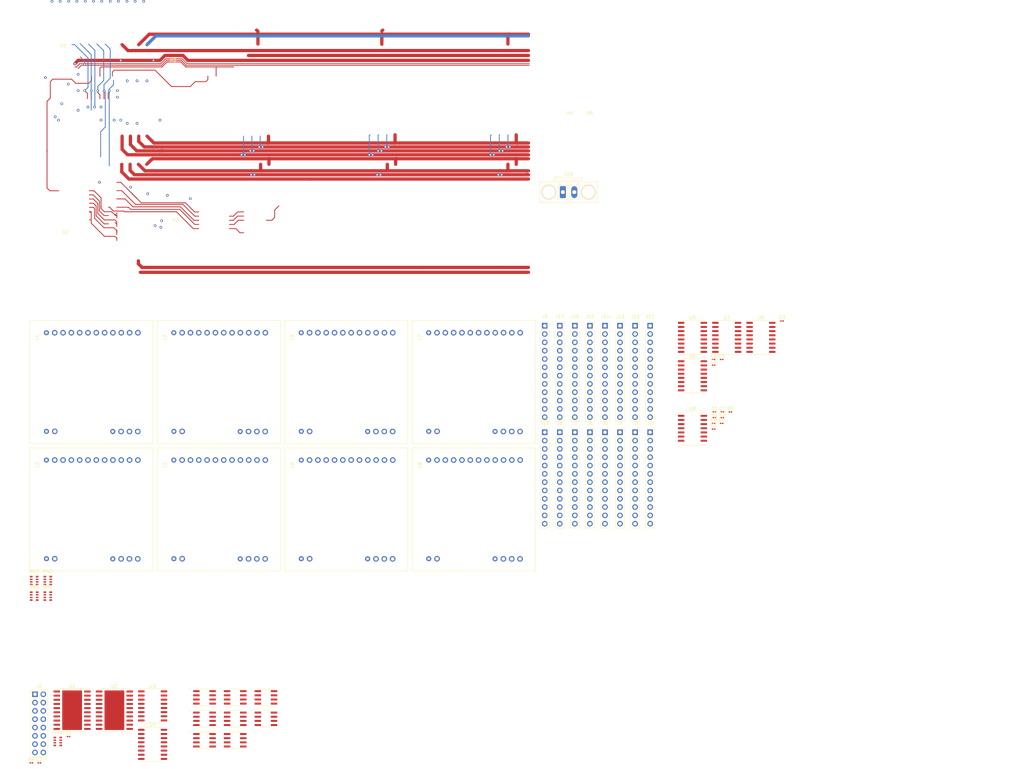
<source format=kicad_pcb>
(kicad_pcb (version 20171130) (host pcbnew 5.1.7-a382d34a8~87~ubuntu20.04.1)
  (layers (0 F.Cu signal) (31 B.Cu signal) (34 B.Paste user) (35 F.Paste user) (36 B.SilkS user) (37 F.SilkS user) (38 B.Mask user) (39 F.Mask user) (44 Edge.Cuts user))
  (net 0 "")
  (net 1 GND)
  (net 2 VCC)
  (net 3 "Net-(R1-Pad1)")
  (net 4 /B0-b5)
  (net 5 /B1-a5)
  (net 6 /B2-b6)
  (net 7 /B3-a6)
  (net 8 /B4-b7)
  (net 9 /B5B6B7-b8)
  (net 10 "Net-(U1-Pad5)")
  (net 11 "Net-(U1-Pad4)")
  (net 12 /A1-SER)
  (net 13 "Net-(U1-Pad2)")
  (net 14 /RCLK)
  (net 15 /a4-A5)
  (net 16 "Net-(U4-Pad15)")
  (net 17 "Net-(U4-Pad16)")
  (net 18 "Net-(U4-Pad17)")
  (net 19 "Net-(U4-Pad14)")
  (net 20 "Net-(U7-Pad9)")
  (net 21 /L1R7)
  (net 22 /L1R6)
  (net 23 /L1R5)
  (net 24 /L1R4)
  (net 25 /L1R3)
  (net 26 /L1R2)
  (net 27 /L1R1)
  (net 28 /H4a)
  (net 29 /H2a)
  (net 30 /H1a)
  (net 31 /H5a)
  (net 32 /H6a)
  (net 33 /H7a)
  (net 34 /H8a)
  (net 35 /H1b)
  (net 36 /H2b)
  (net 37 /H3b)
  (net 38 /H4b)
  (net 39 /H7b)
  (net 40 /Y1-G1b)
  (net 41 "Net-(U2-Pad9)")
  (net 42 "Net-(J4-Pad8)")
  (net 43 "Net-(J4-Pad6)")
  (net 44 "Net-(J4-Pad4)")
  (net 45 "Net-(J4-Pad2)")
  (net 46 "Net-(C7-Pad1)")
  (net 47 "Net-(C7-Pad2)")
  (net 48 "Net-(C8-Pad1)")
  (net 49 A1)
  (net 50 "Net-(J1-Pad4)")
  (net 51 "Net-(J1-Pad6)")
  (net 52 /Decoders/a4-A5)
  (net 53 "Net-(J1-Pad8)")
  (net 54 /Decoders/B1-a5)
  (net 55 /Decoders/B0-b5)
  (net 56 /Decoders/B3-a6)
  (net 57 /Decoders/B2-b6)
  (net 58 "Net-(J1-Pad13)")
  (net 59 /Decoders/B4-b7)
  (net 60 /Decoders/B5B6B7-b8)
  (net 61 L1R8)
  (net 62 L1R7)
  (net 63 L1R6)
  (net 64 L1R5)
  (net 65 L1R4)
  (net 66 L1R3)
  (net 67 L1R2)
  (net 68 L1R1)
  (net 69 Ha4)
  (net 70 Ha3)
  (net 71 Ha2)
  (net 72 Ha1)
  (net 73 Ha8)
  (net 74 Ha7)
  (net 75 Ha6)
  (net 76 Ha5)
  (net 77 Hb1)
  (net 78 Hb2)
  (net 79 Hb3)
  (net 80 Hb4)
  (net 81 Hb5)
  (net 82 Hb6)
  (net 83 Hb7)
  (net 84 Hb8)
  (net 85 L3R8)
  (net 86 L3R7)
  (net 87 L3R6)
  (net 88 L3R5)
  (net 89 L3R4)
  (net 90 L3R3)
  (net 91 L3R2)
  (net 92 L3R1)
  (net 93 L5R8)
  (net 94 L5R7)
  (net 95 L5R6)
  (net 96 L5R5)
  (net 97 L5R4)
  (net 98 L5R3)
  (net 99 L5R2)
  (net 100 L5R1)
  (net 101 L7R8)
  (net 102 L7R7)
  (net 103 L7R6)
  (net 104 L7R5)
  (net 105 L7R4)
  (net 106 L7R3)
  (net 107 L7R2)
  (net 108 L7R1)
  (net 109 Yb0)
  (net 110 Yb1)
  (net 111 Ya1)
  (net 112 Ya0)
  (net 113 Yb3)
  (net 114 Yb2)
  (net 115 Ya2)
  (net 116 Ya3)
  (net 117 Hb13)
  (net 118 Hb14)
  (net 119 Yb4)
  (net 120 Yb5)
  (net 121 Ya5)
  (net 122 Ya4)
  (net 123 Hb11)
  (net 124 Hb12)
  (net 125 Yb6)
  (net 126 Yb7)
  (net 127 Ya7)
  (net 128 Ya6)
  (net 129 "Net-(R4-Pad2)")
  (net 130 "Net-(RN1-Pad3)")
  (net 131 "Net-(RN1-Pad2)")
  (net 132 "Net-(RN1-Pad4)")
  (net 133 "Net-(RN1-Pad5)")
  (net 134 "Net-(U1-Pad9)")
  (net 135 A5_SRCLK)
  (net 136 "Net-(U1-Pad6)")
  (net 137 A1_SER)
  (net 138 "Net-(U2-Pad8)")
  (net 139 "Net-(U2-Pad11)")
  (net 140 "Net-(U2-Pad12)")
  (net 141 "Net-(U2-Pad13)")
  (net 142 "Net-(U2-Pad14)")
  (net 143 "Net-(U2-Pad15)")
  (net 144 "Net-(U2-Pad16)")
  (net 145 "Net-(U2-Pad17)")
  (net 146 "Net-(U2-Pad18)")
  (net 147 "Net-(U2-Pad19)")
  (net 148 E1)
  (net 149 E3)
  (net 150 "Net-(U5-Pad9)")
  (net 151 /ShiftRegs/RCLK)
  (net 152 "Net-(U6-Pad9)")
  (net 153 /ShiftRegs/QH-SER)
  (module Connector_Phoenix_MC:PhoenixContact_MCV_1,5_2-GF-3.5_1x02_P3.50mm_Vertical_ThreadedFlange_MountHole (layer F.Cu) (at 218 109)
    (fp_text reference J19 (at 1.75 -5.45) (layer F.SilkS))
    (fp_text value Conn_01x02_Female)
    (pad "" np_thru_hole circle (at 7.8 0) (size 2.4 2.4) (drill 2.4) (layers *.Cu *.Mask))
    (pad "" np_thru_hole circle (at -4.3 0) (size 2.4 2.4) (drill 2.4) (layers *.Cu *.Mask))
    (pad 2 thru_hole oval (at 3.5 0) (size 1.8 3.6) (drill 1.2) (layers *.Cu *.Mask) (net 2 VCC))
    (pad 1 thru_hole roundrect (at 0 0) (size 1.8 3.6) (drill 1.2) (layers *.Cu *.Mask) (roundrect_rratio 0.138889) (net 1 GND))
  )
  (module MountingHole:MountingHole_2.7mm_M2.5_ISO14580 (layer F.Cu) (at 65.5 67.5)
    (fp_text reference H1 (at 0 -3.25) (layer F.SilkS))
    (fp_text value MountingHole)
    (pad 1 np_thru_hole circle (at 0 0) (size 2.7 2.7) (drill 2.7) (layers *.Cu *.Mask))
  )
  (module MountingHole:MountingHole_2.7mm_M2.5_ISO14580 (layer F.Cu) (at 66 124.5)
    (fp_text reference H2 (at 0 -3.25) (layer F.SilkS))
    (fp_text value MountingHole)
    (pad 1 np_thru_hole circle (at 0 0) (size 2.7 2.7) (drill 2.7) (layers *.Cu *.Mask))
  )
  (module MountingHole:MountingHole_2.7mm_M2.5_ISO14580 (layer F.Cu) (at 99.75 120.75)
    (fp_text reference H3 (at 0 -3.25) (layer F.SilkS))
    (fp_text value MountingHole)
    (pad 1 np_thru_hole circle (at 0 0) (size 2.7 2.7) (drill 2.7) (layers *.Cu *.Mask))
  )
  (module MountingHole:MountingHole_2.7mm_M2.5_ISO14580 (layer F.Cu) (at 220.075001 88.075001)
    (fp_text reference H4 (at 0 -3.25) (layer F.SilkS))
    (fp_text value MountingHole)
    (pad 1 np_thru_hole circle (at 0 0) (size 2.7 2.7) (drill 2.7) (layers *.Cu *.Mask))
  )
  (module MountingHole:MountingHole_2.7mm_M2.5_ISO14580 (layer F.Cu) (at 99 72)
    (fp_text reference H5 (at 0 -3.25) (layer F.SilkS))
    (fp_text value MountingHole)
    (pad 1 np_thru_hole circle (at 0 0) (size 2.7 2.7) (drill 2.7) (layers *.Cu *.Mask))
  )
  (module MountingHole:MountingHole_2.7mm_M2.5_ISO14580 (layer F.Cu) (at 226.125001 88.075001)
    (fp_text reference H6 (at 0 -3.25) (layer F.SilkS))
    (fp_text value MountingHole)
    (pad 1 np_thru_hole circle (at 0 0) (size 2.7 2.7) (drill 2.7) (layers *.Cu *.Mask))
  )
  (module Capacitor_SMD:C_0201_0603Metric (layer F.Cu) (at 67.075001 275.355001)
    (fp_text reference C1 (at 0 -1.05) (layer F.SilkS))
    (fp_text value C)
    (pad 1 smd roundrect (at -0.32 0) (size 0.46 0.4) (layers F.Cu F.Mask) (net 1 GND))
    (pad 2 smd roundrect (at 0.32 0) (size 0.46 0.4) (layers F.Cu F.Mask) (net 2 VCC))
  )
  (module Capacitor_SMD:C_0201_0603Metric (layer F.Cu) (at 58.175001 283.385001)
    (fp_text reference C2 (at 0 -1.05) (layer F.SilkS))
    (fp_text value C)
    (pad 2 smd roundrect (at 0.32 0) (size 0.46 0.4) (layers F.Cu F.Mask) (net 2 VCC))
    (pad 1 smd roundrect (at -0.32 0) (size 0.46 0.4) (layers F.Cu F.Mask) (net 1 GND))
  )
  (module Capacitor_SMD:C_0201_0603Metric (layer F.Cu) (at 284.935001 148.375001)
    (fp_text reference C3 (at 0 -1.05) (layer F.SilkS))
    (fp_text value C)
    (pad 2 smd roundrect (at 0.32 0) (size 0.46 0.4) (layers F.Cu F.Mask) (net 2 VCC))
    (pad 1 smd roundrect (at -0.32 0) (size 0.46 0.4) (layers F.Cu F.Mask) (net 1 GND))
  )
  (module Capacitor_SMD:C_0201_0603Metric (layer F.Cu) (at 264.035001 161.875001)
    (fp_text reference C4 (at 0 -1.05) (layer F.SilkS))
    (fp_text value C)
    (pad 1 smd roundrect (at -0.32 0) (size 0.46 0.4) (layers F.Cu F.Mask) (net 1 GND))
    (pad 2 smd roundrect (at 0.32 0) (size 0.46 0.4) (layers F.Cu F.Mask) (net 2 VCC))
  )
  (module Capacitor_SMD:C_0201_0603Metric (layer F.Cu) (at 266.485001 160.125001)
    (fp_text reference C5 (at 0 -1.05) (layer F.SilkS))
    (fp_text value C)
    (pad 2 smd roundrect (at 0.32 0) (size 0.46 0.4) (layers F.Cu F.Mask) (net 2 VCC))
    (pad 1 smd roundrect (at -0.32 0) (size 0.46 0.4) (layers F.Cu F.Mask) (net 1 GND))
  )
  (module Capacitor_SMD:C_0201_0603Metric (layer F.Cu) (at 264.035001 160.125001)
    (fp_text reference C6 (at 0 -1.05) (layer F.SilkS))
    (fp_text value C)
    (pad 1 smd roundrect (at -0.32 0) (size 0.46 0.4) (layers F.Cu F.Mask) (net 1 GND))
    (pad 2 smd roundrect (at 0.32 0) (size 0.46 0.4) (layers F.Cu F.Mask) (net 2 VCC))
  )
  (module Capacitor_SMD:C_0201_0603Metric (layer F.Cu) (at 266.715001 176.155001)
    (fp_text reference C7 (at 0 -1.05) (layer F.SilkS))
    (fp_text value C)
    (pad 1 smd roundrect (at -0.32 0) (size 0.46 0.4) (layers F.Cu F.Mask) (net 46 "Net-(C7-Pad1)"))
    (pad 2 smd roundrect (at 0.32 0) (size 0.46 0.4) (layers F.Cu F.Mask) (net 47 "Net-(C7-Pad2)"))
  )
  (module Capacitor_SMD:C_0201_0603Metric (layer F.Cu) (at 264.035001 179.655001)
    (fp_text reference C8 (at 0 -1.05) (layer F.SilkS))
    (fp_text value C)
    (pad 1 smd roundrect (at -0.32 0) (size 0.46 0.4) (layers F.Cu F.Mask) (net 48 "Net-(C8-Pad1)"))
    (pad 2 smd roundrect (at 0.32 0) (size 0.46 0.4) (layers F.Cu F.Mask) (net 1 GND))
  )
  (module Capacitor_SMD:C_0201_0603Metric (layer F.Cu) (at 266.715001 177.905001)
    (fp_text reference C9 (at 0 -1.05) (layer F.SilkS))
    (fp_text value C)
    (pad 2 smd roundrect (at 0.32 0) (size 0.46 0.4) (layers F.Cu F.Mask) (net 1 GND))
    (pad 1 smd roundrect (at -0.32 0) (size 0.46 0.4) (layers F.Cu F.Mask) (net 2 VCC))
  )
  (module Diode_SMD:D_0201_0603Metric (layer F.Cu) (at 264.270001 176.155001)
    (fp_text reference D1 (at 0 -1.05) (layer F.SilkS))
    (fp_text value D)
    (pad 2 smd roundrect (at 0.32 0) (size 0.46 0.4) (layers F.Cu F.Mask) (net 1 GND))
    (pad 1 smd roundrect (at -0.32 0) (size 0.46 0.4) (layers F.Cu F.Mask) (net 47 "Net-(C7-Pad2)"))
  )
  (module Diode_SMD:D_0201_0603Metric (layer F.Cu) (at 264.270001 177.905001)
    (fp_text reference D2 (at 0 -1.05) (layer F.SilkS))
    (fp_text value D)
    (pad 1 smd roundrect (at -0.32 0) (size 0.46 0.4) (layers F.Cu F.Mask) (net 48 "Net-(C8-Pad1)"))
    (pad 2 smd roundrect (at 0.32 0) (size 0.46 0.4) (layers F.Cu F.Mask) (net 47 "Net-(C7-Pad2)"))
  )
  (module Connector_PinHeader_2.54mm:PinHeader_2x08_P2.54mm_Vertical (layer F.Cu) (at 56.825001 262.435001)
    (fp_text reference J1 (at 1.27 -2.33) (layer F.SilkS))
    (fp_text value Conn_02x08_Counter_Clockwise)
    (pad 1 thru_hole rect (at 0 0) (size 1.7 1.7) (drill 1) (layers *.Cu *.Mask) (net 1 GND))
    (pad 2 thru_hole oval (at 2.54 0) (size 1.7 1.7) (drill 1) (layers *.Cu *.Mask) (net 49 A1))
    (pad 3 thru_hole oval (at 0 2.54) (size 1.7 1.7) (drill 1) (layers *.Cu *.Mask) (net 1 GND))
    (pad 4 thru_hole oval (at 2.54 2.54) (size 1.7 1.7) (drill 1) (layers *.Cu *.Mask) (net 50 "Net-(J1-Pad4)"))
    (pad 5 thru_hole oval (at 0 5.08) (size 1.7 1.7) (drill 1) (layers *.Cu *.Mask) (net 1 GND))
    (pad 6 thru_hole oval (at 2.54 5.08) (size 1.7 1.7) (drill 1) (layers *.Cu *.Mask) (net 51 "Net-(J1-Pad6)"))
    (pad 7 thru_hole oval (at 0 7.62) (size 1.7 1.7) (drill 1) (layers *.Cu *.Mask) (net 52 /Decoders/a4-A5))
    (pad 8 thru_hole oval (at 2.54 7.62) (size 1.7 1.7) (drill 1) (layers *.Cu *.Mask) (net 53 "Net-(J1-Pad8)"))
    (pad 9 thru_hole oval (at 0 10.16) (size 1.7 1.7) (drill 1) (layers *.Cu *.Mask) (net 54 /Decoders/B1-a5))
    (pad 10 thru_hole oval (at 2.54 10.16) (size 1.7 1.7) (drill 1) (layers *.Cu *.Mask) (net 55 /Decoders/B0-b5))
    (pad 11 thru_hole oval (at 0 12.7) (size 1.7 1.7) (drill 1) (layers *.Cu *.Mask) (net 56 /Decoders/B3-a6))
    (pad 12 thru_hole oval (at 2.54 12.7) (size 1.7 1.7) (drill 1) (layers *.Cu *.Mask) (net 57 /Decoders/B2-b6))
    (pad 13 thru_hole oval (at 0 15.24) (size 1.7 1.7) (drill 1) (layers *.Cu *.Mask) (net 58 "Net-(J1-Pad13)"))
    (pad 14 thru_hole oval (at 2.54 15.24) (size 1.7 1.7) (drill 1) (layers *.Cu *.Mask) (net 59 /Decoders/B4-b7))
    (pad 15 thru_hole oval (at 0 17.78) (size 1.7 1.7) (drill 1) (layers *.Cu *.Mask) (net 1 GND))
    (pad 16 thru_hole oval (at 2.54 17.78) (size 1.7 1.7) (drill 1) (layers *.Cu *.Mask) (net 60 /Decoders/B5B6B7-b8))
  )
  (module Connector_PinSocket_2.54mm:PinSocket_1x12_P2.54mm_Vertical (layer F.Cu) (at 244.665001 182.375001)
    (fp_text reference J2 (at 0 -2.77) (layer F.SilkS))
    (fp_text value Conn_01x12_Male)
    (pad 1 thru_hole rect (at 0 0) (size 1.7 1.7) (drill 1) (layers *.Cu *.Mask) (net 61 L1R8))
    (pad 2 thru_hole oval (at 0 2.54) (size 1.7 1.7) (drill 1) (layers *.Cu *.Mask) (net 62 L1R7))
    (pad 3 thru_hole oval (at 0 5.08) (size 1.7 1.7) (drill 1) (layers *.Cu *.Mask) (net 63 L1R6))
    (pad 4 thru_hole oval (at 0 7.62) (size 1.7 1.7) (drill 1) (layers *.Cu *.Mask) (net 64 L1R5))
    (pad 5 thru_hole oval (at 0 10.16) (size 1.7 1.7) (drill 1) (layers *.Cu *.Mask) (net 65 L1R4))
    (pad 6 thru_hole oval (at 0 12.7) (size 1.7 1.7) (drill 1) (layers *.Cu *.Mask) (net 66 L1R3))
    (pad 7 thru_hole oval (at 0 15.24) (size 1.7 1.7) (drill 1) (layers *.Cu *.Mask) (net 67 L1R2))
    (pad 8 thru_hole oval (at 0 17.78) (size 1.7 1.7) (drill 1) (layers *.Cu *.Mask) (net 68 L1R1))
    (pad 9 thru_hole oval (at 0 20.32) (size 1.7 1.7) (drill 1) (layers *.Cu *.Mask) (net 69 Ha4))
    (pad 10 thru_hole oval (at 0 22.86) (size 1.7 1.7) (drill 1) (layers *.Cu *.Mask) (net 70 Ha3))
    (pad 11 thru_hole oval (at 0 25.4) (size 1.7 1.7) (drill 1) (layers *.Cu *.Mask) (net 71 Ha2))
    (pad 12 thru_hole oval (at 0 27.94) (size 1.7 1.7) (drill 1) (layers *.Cu *.Mask) (net 72 Ha1))
  )
  (module Connector_PinSocket_2.54mm:PinSocket_1x12_P2.54mm_Vertical (layer F.Cu) (at 240.065001 182.375001)
    (fp_text reference J3 (at 0 -2.77) (layer F.SilkS))
    (fp_text value Conn_01x12_Male)
    (pad 12 thru_hole oval (at 0 27.94) (size 1.7 1.7) (drill 1) (layers *.Cu *.Mask) (net 73 Ha8))
    (pad 11 thru_hole oval (at 0 25.4) (size 1.7 1.7) (drill 1) (layers *.Cu *.Mask) (net 74 Ha7))
    (pad 10 thru_hole oval (at 0 22.86) (size 1.7 1.7) (drill 1) (layers *.Cu *.Mask) (net 75 Ha6))
    (pad 9 thru_hole oval (at 0 20.32) (size 1.7 1.7) (drill 1) (layers *.Cu *.Mask) (net 76 Ha5))
    (pad 8 thru_hole oval (at 0 17.78) (size 1.7 1.7) (drill 1) (layers *.Cu *.Mask) (net 1 GND))
    (pad 7 thru_hole oval (at 0 15.24) (size 1.7 1.7) (drill 1) (layers *.Cu *.Mask) (net 1 GND))
    (pad 6 thru_hole oval (at 0 12.7) (size 1.7 1.7) (drill 1) (layers *.Cu *.Mask) (net 1 GND))
    (pad 5 thru_hole oval (at 0 10.16) (size 1.7 1.7) (drill 1) (layers *.Cu *.Mask) (net 1 GND))
    (pad 4 thru_hole oval (at 0 7.62) (size 1.7 1.7) (drill 1) (layers *.Cu *.Mask) (net 1 GND))
    (pad 3 thru_hole oval (at 0 5.08) (size 1.7 1.7) (drill 1) (layers *.Cu *.Mask) (net 1 GND))
    (pad 2 thru_hole oval (at 0 2.54) (size 1.7 1.7) (drill 1) (layers *.Cu *.Mask) (net 1 GND))
    (pad 1 thru_hole rect (at 0 0) (size 1.7 1.7) (drill 1) (layers *.Cu *.Mask) (net 1 GND))
  )
  (module Connector_PinSocket_2.54mm:PinSocket_1x12_P2.54mm_Vertical (layer F.Cu) (at 235.465001 182.375001)
    (fp_text reference J4 (at 0 -2.77) (layer F.SilkS))
    (fp_text value Conn_01x12_Male)
    (pad 12 thru_hole oval (at 0 27.94) (size 1.7 1.7) (drill 1) (layers *.Cu *.Mask) (net 77 Hb1))
    (pad 11 thru_hole oval (at 0 25.4) (size 1.7 1.7) (drill 1) (layers *.Cu *.Mask) (net 78 Hb2))
    (pad 10 thru_hole oval (at 0 22.86) (size 1.7 1.7) (drill 1) (layers *.Cu *.Mask) (net 79 Hb3))
    (pad 9 thru_hole oval (at 0 20.32) (size 1.7 1.7) (drill 1) (layers *.Cu *.Mask) (net 80 Hb4))
    (pad 8 thru_hole oval (at 0 17.78) (size 1.7 1.7) (drill 1) (layers *.Cu *.Mask) (net 68 L1R1))
    (pad 7 thru_hole oval (at 0 15.24) (size 1.7 1.7) (drill 1) (layers *.Cu *.Mask) (net 67 L1R2))
    (pad 6 thru_hole oval (at 0 12.7) (size 1.7 1.7) (drill 1) (layers *.Cu *.Mask) (net 66 L1R3))
    (pad 5 thru_hole oval (at 0 10.16) (size 1.7 1.7) (drill 1) (layers *.Cu *.Mask) (net 65 L1R4))
    (pad 4 thru_hole oval (at 0 7.62) (size 1.7 1.7) (drill 1) (layers *.Cu *.Mask) (net 64 L1R5))
    (pad 3 thru_hole oval (at 0 5.08) (size 1.7 1.7) (drill 1) (layers *.Cu *.Mask) (net 63 L1R6))
    (pad 2 thru_hole oval (at 0 2.54) (size 1.7 1.7) (drill 1) (layers *.Cu *.Mask) (net 62 L1R7))
    (pad 1 thru_hole rect (at 0 0) (size 1.7 1.7) (drill 1) (layers *.Cu *.Mask) (net 61 L1R8))
  )
  (module Connector_PinSocket_2.54mm:PinSocket_1x12_P2.54mm_Vertical (layer F.Cu) (at 230.865001 182.375001)
    (fp_text reference J5 (at 0 -2.77) (layer F.SilkS))
    (fp_text value Conn_01x12_Male)
    (pad 1 thru_hole rect (at 0 0) (size 1.7 1.7) (drill 1) (layers *.Cu *.Mask) (net 1 GND))
    (pad 2 thru_hole oval (at 0 2.54) (size 1.7 1.7) (drill 1) (layers *.Cu *.Mask) (net 1 GND))
    (pad 3 thru_hole oval (at 0 5.08) (size 1.7 1.7) (drill 1) (layers *.Cu *.Mask) (net 1 GND))
    (pad 4 thru_hole oval (at 0 7.62) (size 1.7 1.7) (drill 1) (layers *.Cu *.Mask) (net 1 GND))
    (pad 5 thru_hole oval (at 0 10.16) (size 1.7 1.7) (drill 1) (layers *.Cu *.Mask) (net 1 GND))
    (pad 6 thru_hole oval (at 0 12.7) (size 1.7 1.7) (drill 1) (layers *.Cu *.Mask) (net 1 GND))
    (pad 7 thru_hole oval (at 0 15.24) (size 1.7 1.7) (drill 1) (layers *.Cu *.Mask) (net 1 GND))
    (pad 8 thru_hole oval (at 0 17.78) (size 1.7 1.7) (drill 1) (layers *.Cu *.Mask) (net 1 GND))
    (pad 9 thru_hole oval (at 0 20.32) (size 1.7 1.7) (drill 1) (layers *.Cu *.Mask) (net 81 Hb5))
    (pad 10 thru_hole oval (at 0 22.86) (size 1.7 1.7) (drill 1) (layers *.Cu *.Mask) (net 82 Hb6))
    (pad 11 thru_hole oval (at 0 25.4) (size 1.7 1.7) (drill 1) (layers *.Cu *.Mask) (net 83 Hb7))
    (pad 12 thru_hole oval (at 0 27.94) (size 1.7 1.7) (drill 1) (layers *.Cu *.Mask) (net 84 Hb8))
  )
  (module Connector_PinSocket_2.54mm:PinSocket_1x12_P2.54mm_Vertical (layer F.Cu) (at 226.265001 182.375001)
    (fp_text reference J6 (at 0 -2.77) (layer F.SilkS))
    (fp_text value Conn_01x12_Male)
    (pad 1 thru_hole rect (at 0 0) (size 1.7 1.7) (drill 1) (layers *.Cu *.Mask) (net 85 L3R8))
    (pad 2 thru_hole oval (at 0 2.54) (size 1.7 1.7) (drill 1) (layers *.Cu *.Mask) (net 86 L3R7))
    (pad 3 thru_hole oval (at 0 5.08) (size 1.7 1.7) (drill 1) (layers *.Cu *.Mask) (net 87 L3R6))
    (pad 4 thru_hole oval (at 0 7.62) (size 1.7 1.7) (drill 1) (layers *.Cu *.Mask) (net 88 L3R5))
    (pad 5 thru_hole oval (at 0 10.16) (size 1.7 1.7) (drill 1) (layers *.Cu *.Mask) (net 89 L3R4))
    (pad 6 thru_hole oval (at 0 12.7) (size 1.7 1.7) (drill 1) (layers *.Cu *.Mask) (net 90 L3R3))
    (pad 7 thru_hole oval (at 0 15.24) (size 1.7 1.7) (drill 1) (layers *.Cu *.Mask) (net 91 L3R2))
    (pad 8 thru_hole oval (at 0 17.78) (size 1.7 1.7) (drill 1) (layers *.Cu *.Mask) (net 92 L3R1))
    (pad 9 thru_hole oval (at 0 20.32) (size 1.7 1.7) (drill 1) (layers *.Cu *.Mask) (net 69 Ha4))
    (pad 10 thru_hole oval (at 0 22.86) (size 1.7 1.7) (drill 1) (layers *.Cu *.Mask) (net 70 Ha3))
    (pad 11 thru_hole oval (at 0 25.4) (size 1.7 1.7) (drill 1) (layers *.Cu *.Mask) (net 71 Ha2))
    (pad 12 thru_hole oval (at 0 27.94) (size 1.7 1.7) (drill 1) (layers *.Cu *.Mask) (net 72 Ha1))
  )
  (module Connector_PinSocket_2.54mm:PinSocket_1x12_P2.54mm_Vertical (layer F.Cu) (at 221.665001 182.375001)
    (fp_text reference J7 (at 0 -2.77) (layer F.SilkS))
    (fp_text value Conn_01x12_Male)
    (pad 12 thru_hole oval (at 0 27.94) (size 1.7 1.7) (drill 1) (layers *.Cu *.Mask) (net 73 Ha8))
    (pad 11 thru_hole oval (at 0 25.4) (size 1.7 1.7) (drill 1) (layers *.Cu *.Mask) (net 74 Ha7))
    (pad 10 thru_hole oval (at 0 22.86) (size 1.7 1.7) (drill 1) (layers *.Cu *.Mask) (net 75 Ha6))
    (pad 9 thru_hole oval (at 0 20.32) (size 1.7 1.7) (drill 1) (layers *.Cu *.Mask) (net 76 Ha5))
    (pad 8 thru_hole oval (at 0 17.78) (size 1.7 1.7) (drill 1) (layers *.Cu *.Mask) (net 1 GND))
    (pad 7 thru_hole oval (at 0 15.24) (size 1.7 1.7) (drill 1) (layers *.Cu *.Mask) (net 1 GND))
    (pad 6 thru_hole oval (at 0 12.7) (size 1.7 1.7) (drill 1) (layers *.Cu *.Mask) (net 1 GND))
    (pad 5 thru_hole oval (at 0 10.16) (size 1.7 1.7) (drill 1) (layers *.Cu *.Mask) (net 1 GND))
    (pad 4 thru_hole oval (at 0 7.62) (size 1.7 1.7) (drill 1) (layers *.Cu *.Mask) (net 1 GND))
    (pad 3 thru_hole oval (at 0 5.08) (size 1.7 1.7) (drill 1) (layers *.Cu *.Mask) (net 1 GND))
    (pad 2 thru_hole oval (at 0 2.54) (size 1.7 1.7) (drill 1) (layers *.Cu *.Mask) (net 1 GND))
    (pad 1 thru_hole rect (at 0 0) (size 1.7 1.7) (drill 1) (layers *.Cu *.Mask) (net 1 GND))
  )
  (module Connector_PinSocket_2.54mm:PinSocket_1x12_P2.54mm_Vertical (layer F.Cu) (at 217.065001 182.375001)
    (fp_text reference J8 (at 0 -2.77) (layer F.SilkS))
    (fp_text value Conn_01x12_Male)
    (pad 12 thru_hole oval (at 0 27.94) (size 1.7 1.7) (drill 1) (layers *.Cu *.Mask) (net 77 Hb1))
    (pad 11 thru_hole oval (at 0 25.4) (size 1.7 1.7) (drill 1) (layers *.Cu *.Mask) (net 78 Hb2))
    (pad 10 thru_hole oval (at 0 22.86) (size 1.7 1.7) (drill 1) (layers *.Cu *.Mask) (net 79 Hb3))
    (pad 9 thru_hole oval (at 0 20.32) (size 1.7 1.7) (drill 1) (layers *.Cu *.Mask) (net 80 Hb4))
    (pad 8 thru_hole oval (at 0 17.78) (size 1.7 1.7) (drill 1) (layers *.Cu *.Mask) (net 92 L3R1))
    (pad 7 thru_hole oval (at 0 15.24) (size 1.7 1.7) (drill 1) (layers *.Cu *.Mask) (net 91 L3R2))
    (pad 6 thru_hole oval (at 0 12.7) (size 1.7 1.7) (drill 1) (layers *.Cu *.Mask) (net 90 L3R3))
    (pad 5 thru_hole oval (at 0 10.16) (size 1.7 1.7) (drill 1) (layers *.Cu *.Mask) (net 89 L3R4))
    (pad 4 thru_hole oval (at 0 7.62) (size 1.7 1.7) (drill 1) (layers *.Cu *.Mask) (net 88 L3R5))
    (pad 3 thru_hole oval (at 0 5.08) (size 1.7 1.7) (drill 1) (layers *.Cu *.Mask) (net 87 L3R6))
    (pad 2 thru_hole oval (at 0 2.54) (size 1.7 1.7) (drill 1) (layers *.Cu *.Mask) (net 86 L3R7))
    (pad 1 thru_hole rect (at 0 0) (size 1.7 1.7) (drill 1) (layers *.Cu *.Mask) (net 85 L3R8))
  )
  (module Connector_PinSocket_2.54mm:PinSocket_1x12_P2.54mm_Vertical (layer F.Cu) (at 212.465001 149.825001)
    (fp_text reference J9 (at 0 -2.77) (layer F.SilkS))
    (fp_text value Conn_01x12_Male)
    (pad 1 thru_hole rect (at 0 0) (size 1.7 1.7) (drill 1) (layers *.Cu *.Mask) (net 1 GND))
    (pad 2 thru_hole oval (at 0 2.54) (size 1.7 1.7) (drill 1) (layers *.Cu *.Mask) (net 1 GND))
    (pad 3 thru_hole oval (at 0 5.08) (size 1.7 1.7) (drill 1) (layers *.Cu *.Mask) (net 1 GND))
    (pad 4 thru_hole oval (at 0 7.62) (size 1.7 1.7) (drill 1) (layers *.Cu *.Mask) (net 1 GND))
    (pad 5 thru_hole oval (at 0 10.16) (size 1.7 1.7) (drill 1) (layers *.Cu *.Mask) (net 1 GND))
    (pad 6 thru_hole oval (at 0 12.7) (size 1.7 1.7) (drill 1) (layers *.Cu *.Mask) (net 1 GND))
    (pad 7 thru_hole oval (at 0 15.24) (size 1.7 1.7) (drill 1) (layers *.Cu *.Mask) (net 1 GND))
    (pad 8 thru_hole oval (at 0 17.78) (size 1.7 1.7) (drill 1) (layers *.Cu *.Mask) (net 1 GND))
    (pad 9 thru_hole oval (at 0 20.32) (size 1.7 1.7) (drill 1) (layers *.Cu *.Mask) (net 81 Hb5))
    (pad 10 thru_hole oval (at 0 22.86) (size 1.7 1.7) (drill 1) (layers *.Cu *.Mask) (net 82 Hb6))
    (pad 11 thru_hole oval (at 0 25.4) (size 1.7 1.7) (drill 1) (layers *.Cu *.Mask) (net 83 Hb7))
    (pad 12 thru_hole oval (at 0 27.94) (size 1.7 1.7) (drill 1) (layers *.Cu *.Mask) (net 84 Hb8))
  )
  (module Connector_PinSocket_2.54mm:PinSocket_1x12_P2.54mm_Vertical (layer F.Cu) (at 212.465001 182.375001)
    (fp_text reference J10 (at 0 -2.77) (layer F.SilkS))
    (fp_text value Conn_01x12_Male)
    (pad 1 thru_hole rect (at 0 0) (size 1.7 1.7) (drill 1) (layers *.Cu *.Mask) (net 93 L5R8))
    (pad 2 thru_hole oval (at 0 2.54) (size 1.7 1.7) (drill 1) (layers *.Cu *.Mask) (net 94 L5R7))
    (pad 3 thru_hole oval (at 0 5.08) (size 1.7 1.7) (drill 1) (layers *.Cu *.Mask) (net 95 L5R6))
    (pad 4 thru_hole oval (at 0 7.62) (size 1.7 1.7) (drill 1) (layers *.Cu *.Mask) (net 96 L5R5))
    (pad 5 thru_hole oval (at 0 10.16) (size 1.7 1.7) (drill 1) (layers *.Cu *.Mask) (net 97 L5R4))
    (pad 6 thru_hole oval (at 0 12.7) (size 1.7 1.7) (drill 1) (layers *.Cu *.Mask) (net 98 L5R3))
    (pad 7 thru_hole oval (at 0 15.24) (size 1.7 1.7) (drill 1) (layers *.Cu *.Mask) (net 99 L5R2))
    (pad 8 thru_hole oval (at 0 17.78) (size 1.7 1.7) (drill 1) (layers *.Cu *.Mask) (net 100 L5R1))
    (pad 9 thru_hole oval (at 0 20.32) (size 1.7 1.7) (drill 1) (layers *.Cu *.Mask) (net 69 Ha4))
    (pad 10 thru_hole oval (at 0 22.86) (size 1.7 1.7) (drill 1) (layers *.Cu *.Mask) (net 70 Ha3))
    (pad 11 thru_hole oval (at 0 25.4) (size 1.7 1.7) (drill 1) (layers *.Cu *.Mask) (net 71 Ha2))
    (pad 12 thru_hole oval (at 0 27.94) (size 1.7 1.7) (drill 1) (layers *.Cu *.Mask) (net 72 Ha1))
  )
  (module Connector_PinSocket_2.54mm:PinSocket_1x12_P2.54mm_Vertical (layer F.Cu) (at 244.665001 149.825001)
    (fp_text reference J11 (at 0 -2.77) (layer F.SilkS))
    (fp_text value Conn_01x12_Male)
    (pad 12 thru_hole oval (at 0 27.94) (size 1.7 1.7) (drill 1) (layers *.Cu *.Mask) (net 73 Ha8))
    (pad 11 thru_hole oval (at 0 25.4) (size 1.7 1.7) (drill 1) (layers *.Cu *.Mask) (net 74 Ha7))
    (pad 10 thru_hole oval (at 0 22.86) (size 1.7 1.7) (drill 1) (layers *.Cu *.Mask) (net 75 Ha6))
    (pad 9 thru_hole oval (at 0 20.32) (size 1.7 1.7) (drill 1) (layers *.Cu *.Mask) (net 76 Ha5))
    (pad 8 thru_hole oval (at 0 17.78) (size 1.7 1.7) (drill 1) (layers *.Cu *.Mask) (net 1 GND))
    (pad 7 thru_hole oval (at 0 15.24) (size 1.7 1.7) (drill 1) (layers *.Cu *.Mask) (net 1 GND))
    (pad 6 thru_hole oval (at 0 12.7) (size 1.7 1.7) (drill 1) (layers *.Cu *.Mask) (net 1 GND))
    (pad 5 thru_hole oval (at 0 10.16) (size 1.7 1.7) (drill 1) (layers *.Cu *.Mask) (net 1 GND))
    (pad 4 thru_hole oval (at 0 7.62) (size 1.7 1.7) (drill 1) (layers *.Cu *.Mask) (net 1 GND))
    (pad 3 thru_hole oval (at 0 5.08) (size 1.7 1.7) (drill 1) (layers *.Cu *.Mask) (net 1 GND))
    (pad 2 thru_hole oval (at 0 2.54) (size 1.7 1.7) (drill 1) (layers *.Cu *.Mask) (net 1 GND))
    (pad 1 thru_hole rect (at 0 0) (size 1.7 1.7) (drill 1) (layers *.Cu *.Mask) (net 1 GND))
  )
  (module Connector_PinSocket_2.54mm:PinSocket_1x12_P2.54mm_Vertical (layer F.Cu) (at 240.065001 149.825001)
    (fp_text reference J12 (at 0 -2.77) (layer F.SilkS))
    (fp_text value Conn_01x12_Male)
    (pad 12 thru_hole oval (at 0 27.94) (size 1.7 1.7) (drill 1) (layers *.Cu *.Mask) (net 77 Hb1))
    (pad 11 thru_hole oval (at 0 25.4) (size 1.7 1.7) (drill 1) (layers *.Cu *.Mask) (net 78 Hb2))
    (pad 10 thru_hole oval (at 0 22.86) (size 1.7 1.7) (drill 1) (layers *.Cu *.Mask) (net 79 Hb3))
    (pad 9 thru_hole oval (at 0 20.32) (size 1.7 1.7) (drill 1) (layers *.Cu *.Mask) (net 80 Hb4))
    (pad 8 thru_hole oval (at 0 17.78) (size 1.7 1.7) (drill 1) (layers *.Cu *.Mask) (net 100 L5R1))
    (pad 7 thru_hole oval (at 0 15.24) (size 1.7 1.7) (drill 1) (layers *.Cu *.Mask) (net 99 L5R2))
    (pad 6 thru_hole oval (at 0 12.7) (size 1.7 1.7) (drill 1) (layers *.Cu *.Mask) (net 98 L5R3))
    (pad 5 thru_hole oval (at 0 10.16) (size 1.7 1.7) (drill 1) (layers *.Cu *.Mask) (net 97 L5R4))
    (pad 4 thru_hole oval (at 0 7.62) (size 1.7 1.7) (drill 1) (layers *.Cu *.Mask) (net 96 L5R5))
    (pad 3 thru_hole oval (at 0 5.08) (size 1.7 1.7) (drill 1) (layers *.Cu *.Mask) (net 95 L5R6))
    (pad 2 thru_hole oval (at 0 2.54) (size 1.7 1.7) (drill 1) (layers *.Cu *.Mask) (net 94 L5R7))
    (pad 1 thru_hole rect (at 0 0) (size 1.7 1.7) (drill 1) (layers *.Cu *.Mask) (net 93 L5R8))
  )
  (module Connector_PinSocket_2.54mm:PinSocket_1x12_P2.54mm_Vertical (layer F.Cu) (at 235.465001 149.825001)
    (fp_text reference J13 (at 0 -2.77) (layer F.SilkS))
    (fp_text value Conn_01x12_Male)
    (pad 1 thru_hole rect (at 0 0) (size 1.7 1.7) (drill 1) (layers *.Cu *.Mask) (net 1 GND))
    (pad 2 thru_hole oval (at 0 2.54) (size 1.7 1.7) (drill 1) (layers *.Cu *.Mask) (net 1 GND))
    (pad 3 thru_hole oval (at 0 5.08) (size 1.7 1.7) (drill 1) (layers *.Cu *.Mask) (net 1 GND))
    (pad 4 thru_hole oval (at 0 7.62) (size 1.7 1.7) (drill 1) (layers *.Cu *.Mask) (net 1 GND))
    (pad 5 thru_hole oval (at 0 10.16) (size 1.7 1.7) (drill 1) (layers *.Cu *.Mask) (net 1 GND))
    (pad 6 thru_hole oval (at 0 12.7) (size 1.7 1.7) (drill 1) (layers *.Cu *.Mask) (net 1 GND))
    (pad 7 thru_hole oval (at 0 15.24) (size 1.7 1.7) (drill 1) (layers *.Cu *.Mask) (net 1 GND))
    (pad 8 thru_hole oval (at 0 17.78) (size 1.7 1.7) (drill 1) (layers *.Cu *.Mask) (net 1 GND))
    (pad 9 thru_hole oval (at 0 20.32) (size 1.7 1.7) (drill 1) (layers *.Cu *.Mask) (net 81 Hb5))
    (pad 10 thru_hole oval (at 0 22.86) (size 1.7 1.7) (drill 1) (layers *.Cu *.Mask) (net 82 Hb6))
    (pad 11 thru_hole oval (at 0 25.4) (size 1.7 1.7) (drill 1) (layers *.Cu *.Mask) (net 83 Hb7))
    (pad 12 thru_hole oval (at 0 27.94) (size 1.7 1.7) (drill 1) (layers *.Cu *.Mask) (net 84 Hb8))
  )
  (module Connector_PinSocket_2.54mm:PinSocket_1x12_P2.54mm_Vertical (layer F.Cu) (at 230.865001 149.825001)
    (fp_text reference J14 (at 0 -2.77) (layer F.SilkS))
    (fp_text value Conn_01x12_Male)
    (pad 1 thru_hole rect (at 0 0) (size 1.7 1.7) (drill 1) (layers *.Cu *.Mask) (net 101 L7R8))
    (pad 2 thru_hole oval (at 0 2.54) (size 1.7 1.7) (drill 1) (layers *.Cu *.Mask) (net 102 L7R7))
    (pad 3 thru_hole oval (at 0 5.08) (size 1.7 1.7) (drill 1) (layers *.Cu *.Mask) (net 103 L7R6))
    (pad 4 thru_hole oval (at 0 7.62) (size 1.7 1.7) (drill 1) (layers *.Cu *.Mask) (net 104 L7R5))
    (pad 5 thru_hole oval (at 0 10.16) (size 1.7 1.7) (drill 1) (layers *.Cu *.Mask) (net 105 L7R4))
    (pad 6 thru_hole oval (at 0 12.7) (size 1.7 1.7) (drill 1) (layers *.Cu *.Mask) (net 106 L7R3))
    (pad 7 thru_hole oval (at 0 15.24) (size 1.7 1.7) (drill 1) (layers *.Cu *.Mask) (net 107 L7R2))
    (pad 8 thru_hole oval (at 0 17.78) (size 1.7 1.7) (drill 1) (layers *.Cu *.Mask) (net 108 L7R1))
    (pad 9 thru_hole oval (at 0 20.32) (size 1.7 1.7) (drill 1) (layers *.Cu *.Mask) (net 69 Ha4))
    (pad 10 thru_hole oval (at 0 22.86) (size 1.7 1.7) (drill 1) (layers *.Cu *.Mask) (net 70 Ha3))
    (pad 11 thru_hole oval (at 0 25.4) (size 1.7 1.7) (drill 1) (layers *.Cu *.Mask) (net 71 Ha2))
    (pad 12 thru_hole oval (at 0 27.94) (size 1.7 1.7) (drill 1) (layers *.Cu *.Mask) (net 72 Ha1))
  )
  (module Connector_PinSocket_2.54mm:PinSocket_1x12_P2.54mm_Vertical (layer F.Cu) (at 226.265001 149.825001)
    (fp_text reference J15 (at 0 -2.77) (layer F.SilkS))
    (fp_text value Conn_01x12_Male)
    (pad 12 thru_hole oval (at 0 27.94) (size 1.7 1.7) (drill 1) (layers *.Cu *.Mask) (net 73 Ha8))
    (pad 11 thru_hole oval (at 0 25.4) (size 1.7 1.7) (drill 1) (layers *.Cu *.Mask) (net 74 Ha7))
    (pad 10 thru_hole oval (at 0 22.86) (size 1.7 1.7) (drill 1) (layers *.Cu *.Mask) (net 75 Ha6))
    (pad 9 thru_hole oval (at 0 20.32) (size 1.7 1.7) (drill 1) (layers *.Cu *.Mask) (net 76 Ha5))
    (pad 8 thru_hole oval (at 0 17.78) (size 1.7 1.7) (drill 1) (layers *.Cu *.Mask) (net 1 GND))
    (pad 7 thru_hole oval (at 0 15.24) (size 1.7 1.7) (drill 1) (layers *.Cu *.Mask) (net 1 GND))
    (pad 6 thru_hole oval (at 0 12.7) (size 1.7 1.7) (drill 1) (layers *.Cu *.Mask) (net 1 GND))
    (pad 5 thru_hole oval (at 0 10.16) (size 1.7 1.7) (drill 1) (layers *.Cu *.Mask) (net 1 GND))
    (pad 4 thru_hole oval (at 0 7.62) (size 1.7 1.7) (drill 1) (layers *.Cu *.Mask) (net 1 GND))
    (pad 3 thru_hole oval (at 0 5.08) (size 1.7 1.7) (drill 1) (layers *.Cu *.Mask) (net 1 GND))
    (pad 2 thru_hole oval (at 0 2.54) (size 1.7 1.7) (drill 1) (layers *.Cu *.Mask) (net 1 GND))
    (pad 1 thru_hole rect (at 0 0) (size 1.7 1.7) (drill 1) (layers *.Cu *.Mask) (net 1 GND))
  )
  (module Connector_PinSocket_2.54mm:PinSocket_1x12_P2.54mm_Vertical (layer F.Cu) (at 221.665001 149.825001)
    (fp_text reference J16 (at 0 -2.77) (layer F.SilkS))
    (fp_text value Conn_01x12_Male)
    (pad 12 thru_hole oval (at 0 27.94) (size 1.7 1.7) (drill 1) (layers *.Cu *.Mask) (net 77 Hb1))
    (pad 11 thru_hole oval (at 0 25.4) (size 1.7 1.7) (drill 1) (layers *.Cu *.Mask) (net 78 Hb2))
    (pad 10 thru_hole oval (at 0 22.86) (size 1.7 1.7) (drill 1) (layers *.Cu *.Mask) (net 79 Hb3))
    (pad 9 thru_hole oval (at 0 20.32) (size 1.7 1.7) (drill 1) (layers *.Cu *.Mask) (net 80 Hb4))
    (pad 8 thru_hole oval (at 0 17.78) (size 1.7 1.7) (drill 1) (layers *.Cu *.Mask) (net 108 L7R1))
    (pad 7 thru_hole oval (at 0 15.24) (size 1.7 1.7) (drill 1) (layers *.Cu *.Mask) (net 107 L7R2))
    (pad 6 thru_hole oval (at 0 12.7) (size 1.7 1.7) (drill 1) (layers *.Cu *.Mask) (net 106 L7R3))
    (pad 5 thru_hole oval (at 0 10.16) (size 1.7 1.7) (drill 1) (layers *.Cu *.Mask) (net 105 L7R4))
    (pad 4 thru_hole oval (at 0 7.62) (size 1.7 1.7) (drill 1) (layers *.Cu *.Mask) (net 104 L7R5))
    (pad 3 thru_hole oval (at 0 5.08) (size 1.7 1.7) (drill 1) (layers *.Cu *.Mask) (net 103 L7R6))
    (pad 2 thru_hole oval (at 0 2.54) (size 1.7 1.7) (drill 1) (layers *.Cu *.Mask) (net 102 L7R7))
    (pad 1 thru_hole rect (at 0 0) (size 1.7 1.7) (drill 1) (layers *.Cu *.Mask) (net 101 L7R8))
  )
  (module Connector_PinSocket_2.54mm:PinSocket_1x12_P2.54mm_Vertical (layer F.Cu) (at 217.065001 149.825001)
    (fp_text reference J17 (at 0 -2.77) (layer F.SilkS))
    (fp_text value Conn_01x12_Male)
    (pad 1 thru_hole rect (at 0 0) (size 1.7 1.7) (drill 1) (layers *.Cu *.Mask) (net 1 GND))
    (pad 2 thru_hole oval (at 0 2.54) (size 1.7 1.7) (drill 1) (layers *.Cu *.Mask) (net 1 GND))
    (pad 3 thru_hole oval (at 0 5.08) (size 1.7 1.7) (drill 1) (layers *.Cu *.Mask) (net 1 GND))
    (pad 4 thru_hole oval (at 0 7.62) (size 1.7 1.7) (drill 1) (layers *.Cu *.Mask) (net 1 GND))
    (pad 5 thru_hole oval (at 0 10.16) (size 1.7 1.7) (drill 1) (layers *.Cu *.Mask) (net 1 GND))
    (pad 6 thru_hole oval (at 0 12.7) (size 1.7 1.7) (drill 1) (layers *.Cu *.Mask) (net 1 GND))
    (pad 7 thru_hole oval (at 0 15.24) (size 1.7 1.7) (drill 1) (layers *.Cu *.Mask) (net 1 GND))
    (pad 8 thru_hole oval (at 0 17.78) (size 1.7 1.7) (drill 1) (layers *.Cu *.Mask) (net 1 GND))
    (pad 9 thru_hole oval (at 0 20.32) (size 1.7 1.7) (drill 1) (layers *.Cu *.Mask) (net 81 Hb5))
    (pad 10 thru_hole oval (at 0 22.86) (size 1.7 1.7) (drill 1) (layers *.Cu *.Mask) (net 82 Hb6))
    (pad 11 thru_hole oval (at 0 25.4) (size 1.7 1.7) (drill 1) (layers *.Cu *.Mask) (net 83 Hb7))
    (pad 12 thru_hole oval (at 0 27.94) (size 1.7 1.7) (drill 1) (layers *.Cu *.Mask) (net 84 Hb8))
  )
  (module myLedMatrixFootprint:1588AB-24 (layer F.Cu) (at 94.16 187.16)
    (fp_text reference L1 (at 2.33 5.2 90) (layer F.SilkS))
    (fp_text value LedMatrix_M)
    (pad 12 thru_hole oval (at 32.99428 3.7141 90) (size 1.7 1.7) (drill 1) (layers *.Cu *.Mask) (net 72 Ha1))
    (pad 11 thru_hole oval (at 30.45428 3.7141 90) (size 1.7 1.7) (drill 1) (layers *.Cu *.Mask) (net 71 Ha2))
    (pad 10 thru_hole oval (at 27.91428 3.7141 90) (size 1.7 1.7) (drill 1) (layers *.Cu *.Mask) (net 70 Ha3))
    (pad 9 thru_hole oval (at 25.37428 3.7141 90) (size 1.7 1.7) (drill 1) (layers *.Cu *.Mask) (net 69 Ha4))
    (pad 8 thru_hole oval (at 22.83428 3.7141 90) (size 1.7 1.7) (drill 1) (layers *.Cu *.Mask) (net 68 L1R1))
    (pad 7 thru_hole oval (at 20.29428 3.7141 90) (size 1.7 1.7) (drill 1) (layers *.Cu *.Mask) (net 67 L1R2))
    (pad 6 thru_hole oval (at 17.75428 3.7141 90) (size 1.7 1.7) (drill 1) (layers *.Cu *.Mask) (net 66 L1R3))
    (pad 5 thru_hole oval (at 15.21428 3.7141 90) (size 1.7 1.7) (drill 1) (layers *.Cu *.Mask) (net 65 L1R4))
    (pad 4 thru_hole oval (at 12.67428 3.7141 90) (size 1.7 1.7) (drill 1) (layers *.Cu *.Mask) (net 64 L1R5))
    (pad 3 thru_hole oval (at 10.13428 3.7141 90) (size 1.7 1.7) (drill 1) (layers *.Cu *.Mask) (net 63 L1R6))
    (pad 2 thru_hole oval (at 7.59428 3.7141 90) (size 1.7 1.7) (drill 1) (layers *.Cu *.Mask) (net 62 L1R7))
    (pad 1 thru_hole circle (at 5.05428 3.7141 90) (size 1.524 1.524) (drill 0.762) (layers *.Cu *.Mask) (net 61 L1R8))
    (pad 3 thru_hole oval (at 30.40888 33.89576 90) (size 1.7 1.7) (drill 1) (layers *.Cu *.Mask) (net 63 L1R6))
    (pad 1 thru_hole circle (at 25.32888 33.89576 90) (size 1.524 1.524) (drill 0.762) (layers *.Cu *.Mask) (net 61 L1R8))
    (pad 4 thru_hole oval (at 32.94888 33.89576 90) (size 1.7 1.7) (drill 1) (layers *.Cu *.Mask) (net 64 L1R5))
    (pad 2 thru_hole oval (at 27.86888 33.89576 90) (size 1.7 1.7) (drill 1) (layers *.Cu *.Mask) (net 62 L1R7))
    (pad 2 thru_hole oval (at 7.60952 33.85408 90) (size 1.7 1.7) (drill 1) (layers *.Cu *.Mask) (net 62 L1R7))
    (pad 1 thru_hole circle (at 5.06952 33.85408 90) (size 1.524 1.524) (drill 0.762) (layers *.Cu *.Mask) (net 61 L1R8))
  )
  (module myLedMatrixFootprint:1588AB-24 (layer F.Cu) (at 94.16 148.25)
    (fp_text reference L2 (at 2.33 5.2 90) (layer F.SilkS))
    (fp_text value LedMatrix_M)
    (pad 1 thru_hole circle (at 5.06952 33.85408 90) (size 1.524 1.524) (drill 0.762) (layers *.Cu *.Mask) (net 61 L1R8))
    (pad 2 thru_hole oval (at 7.60952 33.85408 90) (size 1.7 1.7) (drill 1) (layers *.Cu *.Mask) (net 62 L1R7))
    (pad 2 thru_hole oval (at 27.86888 33.89576 90) (size 1.7 1.7) (drill 1) (layers *.Cu *.Mask) (net 62 L1R7))
    (pad 4 thru_hole oval (at 32.94888 33.89576 90) (size 1.7 1.7) (drill 1) (layers *.Cu *.Mask) (net 64 L1R5))
    (pad 1 thru_hole circle (at 25.32888 33.89576 90) (size 1.524 1.524) (drill 0.762) (layers *.Cu *.Mask) (net 61 L1R8))
    (pad 3 thru_hole oval (at 30.40888 33.89576 90) (size 1.7 1.7) (drill 1) (layers *.Cu *.Mask) (net 63 L1R6))
    (pad 1 thru_hole circle (at 5.05428 3.7141 90) (size 1.524 1.524) (drill 0.762) (layers *.Cu *.Mask) (net 61 L1R8))
    (pad 2 thru_hole oval (at 7.59428 3.7141 90) (size 1.7 1.7) (drill 1) (layers *.Cu *.Mask) (net 62 L1R7))
    (pad 3 thru_hole oval (at 10.13428 3.7141 90) (size 1.7 1.7) (drill 1) (layers *.Cu *.Mask) (net 63 L1R6))
    (pad 4 thru_hole oval (at 12.67428 3.7141 90) (size 1.7 1.7) (drill 1) (layers *.Cu *.Mask) (net 64 L1R5))
    (pad 5 thru_hole oval (at 15.21428 3.7141 90) (size 1.7 1.7) (drill 1) (layers *.Cu *.Mask) (net 65 L1R4))
    (pad 6 thru_hole oval (at 17.75428 3.7141 90) (size 1.7 1.7) (drill 1) (layers *.Cu *.Mask) (net 66 L1R3))
    (pad 7 thru_hole oval (at 20.29428 3.7141 90) (size 1.7 1.7) (drill 1) (layers *.Cu *.Mask) (net 67 L1R2))
    (pad 8 thru_hole oval (at 22.83428 3.7141 90) (size 1.7 1.7) (drill 1) (layers *.Cu *.Mask) (net 68 L1R1))
    (pad 9 thru_hole oval (at 25.37428 3.7141 90) (size 1.7 1.7) (drill 1) (layers *.Cu *.Mask) (net 80 Hb4))
    (pad 10 thru_hole oval (at 27.91428 3.7141 90) (size 1.7 1.7) (drill 1) (layers *.Cu *.Mask) (net 79 Hb3))
    (pad 11 thru_hole oval (at 30.45428 3.7141 90) (size 1.7 1.7) (drill 1) (layers *.Cu *.Mask) (net 78 Hb2))
    (pad 12 thru_hole oval (at 32.99428 3.7141 90) (size 1.7 1.7) (drill 1) (layers *.Cu *.Mask) (net 77 Hb1))
  )
  (module myLedMatrixFootprint:1588AB-24 (layer F.Cu) (at 133.07 148.25)
    (fp_text reference L3 (at 2.33 5.2 90) (layer F.SilkS))
    (fp_text value LedMatrix_M)
    (pad 1 thru_hole circle (at 5.06952 33.85408 90) (size 1.524 1.524) (drill 0.762) (layers *.Cu *.Mask) (net 85 L3R8))
    (pad 2 thru_hole oval (at 7.60952 33.85408 90) (size 1.7 1.7) (drill 1) (layers *.Cu *.Mask) (net 86 L3R7))
    (pad 2 thru_hole oval (at 27.86888 33.89576 90) (size 1.7 1.7) (drill 1) (layers *.Cu *.Mask) (net 86 L3R7))
    (pad 4 thru_hole oval (at 32.94888 33.89576 90) (size 1.7 1.7) (drill 1) (layers *.Cu *.Mask) (net 88 L3R5))
    (pad 1 thru_hole circle (at 25.32888 33.89576 90) (size 1.524 1.524) (drill 0.762) (layers *.Cu *.Mask) (net 85 L3R8))
    (pad 3 thru_hole oval (at 30.40888 33.89576 90) (size 1.7 1.7) (drill 1) (layers *.Cu *.Mask) (net 87 L3R6))
    (pad 1 thru_hole circle (at 5.05428 3.7141 90) (size 1.524 1.524) (drill 0.762) (layers *.Cu *.Mask) (net 85 L3R8))
    (pad 2 thru_hole oval (at 7.59428 3.7141 90) (size 1.7 1.7) (drill 1) (layers *.Cu *.Mask) (net 86 L3R7))
    (pad 3 thru_hole oval (at 10.13428 3.7141 90) (size 1.7 1.7) (drill 1) (layers *.Cu *.Mask) (net 87 L3R6))
    (pad 4 thru_hole oval (at 12.67428 3.7141 90) (size 1.7 1.7) (drill 1) (layers *.Cu *.Mask) (net 88 L3R5))
    (pad 5 thru_hole oval (at 15.21428 3.7141 90) (size 1.7 1.7) (drill 1) (layers *.Cu *.Mask) (net 89 L3R4))
    (pad 6 thru_hole oval (at 17.75428 3.7141 90) (size 1.7 1.7) (drill 1) (layers *.Cu *.Mask) (net 90 L3R3))
    (pad 7 thru_hole oval (at 20.29428 3.7141 90) (size 1.7 1.7) (drill 1) (layers *.Cu *.Mask) (net 91 L3R2))
    (pad 8 thru_hole oval (at 22.83428 3.7141 90) (size 1.7 1.7) (drill 1) (layers *.Cu *.Mask) (net 92 L3R1))
    (pad 9 thru_hole oval (at 25.37428 3.7141 90) (size 1.7 1.7) (drill 1) (layers *.Cu *.Mask) (net 69 Ha4))
    (pad 10 thru_hole oval (at 27.91428 3.7141 90) (size 1.7 1.7) (drill 1) (layers *.Cu *.Mask) (net 70 Ha3))
    (pad 11 thru_hole oval (at 30.45428 3.7141 90) (size 1.7 1.7) (drill 1) (layers *.Cu *.Mask) (net 71 Ha2))
    (pad 12 thru_hole oval (at 32.99428 3.7141 90) (size 1.7 1.7) (drill 1) (layers *.Cu *.Mask) (net 72 Ha1))
  )
  (module myLedMatrixFootprint:1588AB-24 (layer F.Cu) (at 55.25 148.25)
    (fp_text reference L4 (at 2.33 5.2 90) (layer F.SilkS))
    (fp_text value LedMatrix_M)
    (pad 12 thru_hole oval (at 32.99428 3.7141 90) (size 1.7 1.7) (drill 1) (layers *.Cu *.Mask) (net 77 Hb1))
    (pad 11 thru_hole oval (at 30.45428 3.7141 90) (size 1.7 1.7) (drill 1) (layers *.Cu *.Mask) (net 78 Hb2))
    (pad 10 thru_hole oval (at 27.91428 3.7141 90) (size 1.7 1.7) (drill 1) (layers *.Cu *.Mask) (net 79 Hb3))
    (pad 9 thru_hole oval (at 25.37428 3.7141 90) (size 1.7 1.7) (drill 1) (layers *.Cu *.Mask) (net 80 Hb4))
    (pad 8 thru_hole oval (at 22.83428 3.7141 90) (size 1.7 1.7) (drill 1) (layers *.Cu *.Mask) (net 92 L3R1))
    (pad 7 thru_hole oval (at 20.29428 3.7141 90) (size 1.7 1.7) (drill 1) (layers *.Cu *.Mask) (net 91 L3R2))
    (pad 6 thru_hole oval (at 17.75428 3.7141 90) (size 1.7 1.7) (drill 1) (layers *.Cu *.Mask) (net 90 L3R3))
    (pad 5 thru_hole oval (at 15.21428 3.7141 90) (size 1.7 1.7) (drill 1) (layers *.Cu *.Mask) (net 89 L3R4))
    (pad 4 thru_hole oval (at 12.67428 3.7141 90) (size 1.7 1.7) (drill 1) (layers *.Cu *.Mask) (net 88 L3R5))
    (pad 3 thru_hole oval (at 10.13428 3.7141 90) (size 1.7 1.7) (drill 1) (layers *.Cu *.Mask) (net 87 L3R6))
    (pad 2 thru_hole oval (at 7.59428 3.7141 90) (size 1.7 1.7) (drill 1) (layers *.Cu *.Mask) (net 86 L3R7))
    (pad 1 thru_hole circle (at 5.05428 3.7141 90) (size 1.524 1.524) (drill 0.762) (layers *.Cu *.Mask) (net 85 L3R8))
    (pad 3 thru_hole oval (at 30.40888 33.89576 90) (size 1.7 1.7) (drill 1) (layers *.Cu *.Mask) (net 87 L3R6))
    (pad 1 thru_hole circle (at 25.32888 33.89576 90) (size 1.524 1.524) (drill 0.762) (layers *.Cu *.Mask) (net 85 L3R8))
    (pad 4 thru_hole oval (at 32.94888 33.89576 90) (size 1.7 1.7) (drill 1) (layers *.Cu *.Mask) (net 88 L3R5))
    (pad 2 thru_hole oval (at 27.86888 33.89576 90) (size 1.7 1.7) (drill 1) (layers *.Cu *.Mask) (net 86 L3R7))
    (pad 2 thru_hole oval (at 7.60952 33.85408 90) (size 1.7 1.7) (drill 1) (layers *.Cu *.Mask) (net 86 L3R7))
    (pad 1 thru_hole circle (at 5.06952 33.85408 90) (size 1.524 1.524) (drill 0.762) (layers *.Cu *.Mask) (net 85 L3R8))
  )
  (module myLedMatrixFootprint:1588AB-24 (layer F.Cu) (at 55.25 187.16)
    (fp_text reference L5 (at 2.33 5.2 90) (layer F.SilkS))
    (fp_text value LedMatrix_M)
    (pad 1 thru_hole circle (at 5.06952 33.85408 90) (size 1.524 1.524) (drill 0.762) (layers *.Cu *.Mask) (net 93 L5R8))
    (pad 2 thru_hole oval (at 7.60952 33.85408 90) (size 1.7 1.7) (drill 1) (layers *.Cu *.Mask) (net 94 L5R7))
    (pad 2 thru_hole oval (at 27.86888 33.89576 90) (size 1.7 1.7) (drill 1) (layers *.Cu *.Mask) (net 94 L5R7))
    (pad 4 thru_hole oval (at 32.94888 33.89576 90) (size 1.7 1.7) (drill 1) (layers *.Cu *.Mask) (net 96 L5R5))
    (pad 1 thru_hole circle (at 25.32888 33.89576 90) (size 1.524 1.524) (drill 0.762) (layers *.Cu *.Mask) (net 93 L5R8))
    (pad 3 thru_hole oval (at 30.40888 33.89576 90) (size 1.7 1.7) (drill 1) (layers *.Cu *.Mask) (net 95 L5R6))
    (pad 1 thru_hole circle (at 5.05428 3.7141 90) (size 1.524 1.524) (drill 0.762) (layers *.Cu *.Mask) (net 93 L5R8))
    (pad 2 thru_hole oval (at 7.59428 3.7141 90) (size 1.7 1.7) (drill 1) (layers *.Cu *.Mask) (net 94 L5R7))
    (pad 3 thru_hole oval (at 10.13428 3.7141 90) (size 1.7 1.7) (drill 1) (layers *.Cu *.Mask) (net 95 L5R6))
    (pad 4 thru_hole oval (at 12.67428 3.7141 90) (size 1.7 1.7) (drill 1) (layers *.Cu *.Mask) (net 96 L5R5))
    (pad 5 thru_hole oval (at 15.21428 3.7141 90) (size 1.7 1.7) (drill 1) (layers *.Cu *.Mask) (net 97 L5R4))
    (pad 6 thru_hole oval (at 17.75428 3.7141 90) (size 1.7 1.7) (drill 1) (layers *.Cu *.Mask) (net 98 L5R3))
    (pad 7 thru_hole oval (at 20.29428 3.7141 90) (size 1.7 1.7) (drill 1) (layers *.Cu *.Mask) (net 99 L5R2))
    (pad 8 thru_hole oval (at 22.83428 3.7141 90) (size 1.7 1.7) (drill 1) (layers *.Cu *.Mask) (net 100 L5R1))
    (pad 9 thru_hole oval (at 25.37428 3.7141 90) (size 1.7 1.7) (drill 1) (layers *.Cu *.Mask) (net 69 Ha4))
    (pad 10 thru_hole oval (at 27.91428 3.7141 90) (size 1.7 1.7) (drill 1) (layers *.Cu *.Mask) (net 70 Ha3))
    (pad 11 thru_hole oval (at 30.45428 3.7141 90) (size 1.7 1.7) (drill 1) (layers *.Cu *.Mask) (net 71 Ha2))
    (pad 12 thru_hole oval (at 32.99428 3.7141 90) (size 1.7 1.7) (drill 1) (layers *.Cu *.Mask) (net 72 Ha1))
  )
  (module myLedMatrixFootprint:1588AB-24 (layer F.Cu) (at 133.07 187.16)
    (fp_text reference L6 (at 2.33 5.2 90) (layer F.SilkS))
    (fp_text value LedMatrix_M)
    (pad 1 thru_hole circle (at 5.06952 33.85408 90) (size 1.524 1.524) (drill 0.762) (layers *.Cu *.Mask) (net 93 L5R8))
    (pad 2 thru_hole oval (at 7.60952 33.85408 90) (size 1.7 1.7) (drill 1) (layers *.Cu *.Mask) (net 94 L5R7))
    (pad 2 thru_hole oval (at 27.86888 33.89576 90) (size 1.7 1.7) (drill 1) (layers *.Cu *.Mask) (net 94 L5R7))
    (pad 4 thru_hole oval (at 32.94888 33.89576 90) (size 1.7 1.7) (drill 1) (layers *.Cu *.Mask) (net 96 L5R5))
    (pad 1 thru_hole circle (at 25.32888 33.89576 90) (size 1.524 1.524) (drill 0.762) (layers *.Cu *.Mask) (net 93 L5R8))
    (pad 3 thru_hole oval (at 30.40888 33.89576 90) (size 1.7 1.7) (drill 1) (layers *.Cu *.Mask) (net 95 L5R6))
    (pad 1 thru_hole circle (at 5.05428 3.7141 90) (size 1.524 1.524) (drill 0.762) (layers *.Cu *.Mask) (net 93 L5R8))
    (pad 2 thru_hole oval (at 7.59428 3.7141 90) (size 1.7 1.7) (drill 1) (layers *.Cu *.Mask) (net 94 L5R7))
    (pad 3 thru_hole oval (at 10.13428 3.7141 90) (size 1.7 1.7) (drill 1) (layers *.Cu *.Mask) (net 95 L5R6))
    (pad 4 thru_hole oval (at 12.67428 3.7141 90) (size 1.7 1.7) (drill 1) (layers *.Cu *.Mask) (net 96 L5R5))
    (pad 5 thru_hole oval (at 15.21428 3.7141 90) (size 1.7 1.7) (drill 1) (layers *.Cu *.Mask) (net 97 L5R4))
    (pad 6 thru_hole oval (at 17.75428 3.7141 90) (size 1.7 1.7) (drill 1) (layers *.Cu *.Mask) (net 98 L5R3))
    (pad 7 thru_hole oval (at 20.29428 3.7141 90) (size 1.7 1.7) (drill 1) (layers *.Cu *.Mask) (net 99 L5R2))
    (pad 8 thru_hole oval (at 22.83428 3.7141 90) (size 1.7 1.7) (drill 1) (layers *.Cu *.Mask) (net 100 L5R1))
    (pad 9 thru_hole oval (at 25.37428 3.7141 90) (size 1.7 1.7) (drill 1) (layers *.Cu *.Mask) (net 80 Hb4))
    (pad 10 thru_hole oval (at 27.91428 3.7141 90) (size 1.7 1.7) (drill 1) (layers *.Cu *.Mask) (net 79 Hb3))
    (pad 11 thru_hole oval (at 30.45428 3.7141 90) (size 1.7 1.7) (drill 1) (layers *.Cu *.Mask) (net 78 Hb2))
    (pad 12 thru_hole oval (at 32.99428 3.7141 90) (size 1.7 1.7) (drill 1) (layers *.Cu *.Mask) (net 77 Hb1))
  )
  (module myLedMatrixFootprint:1588AB-24 (layer F.Cu) (at 171.98 148.25)
    (fp_text reference L7 (at 2.33 5.2 90) (layer F.SilkS))
    (fp_text value LedMatrix_M)
    (pad 12 thru_hole oval (at 32.99428 3.7141 90) (size 1.7 1.7) (drill 1) (layers *.Cu *.Mask) (net 72 Ha1))
    (pad 11 thru_hole oval (at 30.45428 3.7141 90) (size 1.7 1.7) (drill 1) (layers *.Cu *.Mask) (net 71 Ha2))
    (pad 10 thru_hole oval (at 27.91428 3.7141 90) (size 1.7 1.7) (drill 1) (layers *.Cu *.Mask) (net 70 Ha3))
    (pad 9 thru_hole oval (at 25.37428 3.7141 90) (size 1.7 1.7) (drill 1) (layers *.Cu *.Mask) (net 69 Ha4))
    (pad 8 thru_hole oval (at 22.83428 3.7141 90) (size 1.7 1.7) (drill 1) (layers *.Cu *.Mask) (net 108 L7R1))
    (pad 7 thru_hole oval (at 20.29428 3.7141 90) (size 1.7 1.7) (drill 1) (layers *.Cu *.Mask) (net 107 L7R2))
    (pad 6 thru_hole oval (at 17.75428 3.7141 90) (size 1.7 1.7) (drill 1) (layers *.Cu *.Mask) (net 106 L7R3))
    (pad 5 thru_hole oval (at 15.21428 3.7141 90) (size 1.7 1.7) (drill 1) (layers *.Cu *.Mask) (net 105 L7R4))
    (pad 4 thru_hole oval (at 12.67428 3.7141 90) (size 1.7 1.7) (drill 1) (layers *.Cu *.Mask) (net 104 L7R5))
    (pad 3 thru_hole oval (at 10.13428 3.7141 90) (size 1.7 1.7) (drill 1) (layers *.Cu *.Mask) (net 103 L7R6))
    (pad 2 thru_hole oval (at 7.59428 3.7141 90) (size 1.7 1.7) (drill 1) (layers *.Cu *.Mask) (net 102 L7R7))
    (pad 1 thru_hole circle (at 5.05428 3.7141 90) (size 1.524 1.524) (drill 0.762) (layers *.Cu *.Mask) (net 101 L7R8))
    (pad 3 thru_hole oval (at 30.40888 33.89576 90) (size 1.7 1.7) (drill 1) (layers *.Cu *.Mask) (net 103 L7R6))
    (pad 1 thru_hole circle (at 25.32888 33.89576 90) (size 1.524 1.524) (drill 0.762) (layers *.Cu *.Mask) (net 101 L7R8))
    (pad 4 thru_hole oval (at 32.94888 33.89576 90) (size 1.7 1.7) (drill 1) (layers *.Cu *.Mask) (net 104 L7R5))
    (pad 2 thru_hole oval (at 27.86888 33.89576 90) (size 1.7 1.7) (drill 1) (layers *.Cu *.Mask) (net 102 L7R7))
    (pad 2 thru_hole oval (at 7.60952 33.85408 90) (size 1.7 1.7) (drill 1) (layers *.Cu *.Mask) (net 102 L7R7))
    (pad 1 thru_hole circle (at 5.06952 33.85408 90) (size 1.524 1.524) (drill 0.762) (layers *.Cu *.Mask) (net 101 L7R8))
  )
  (module myLedMatrixFootprint:1588AB-24 (layer F.Cu) (at 171.98 187.16)
    (fp_text reference L8 (at 2.33 5.2 90) (layer F.SilkS))
    (fp_text value LedMatrix_M)
    (pad 12 thru_hole oval (at 32.99428 3.7141 90) (size 1.7 1.7) (drill 1) (layers *.Cu *.Mask) (net 77 Hb1))
    (pad 11 thru_hole oval (at 30.45428 3.7141 90) (size 1.7 1.7) (drill 1) (layers *.Cu *.Mask) (net 78 Hb2))
    (pad 10 thru_hole oval (at 27.91428 3.7141 90) (size 1.7 1.7) (drill 1) (layers *.Cu *.Mask) (net 79 Hb3))
    (pad 9 thru_hole oval (at 25.37428 3.7141 90) (size 1.7 1.7) (drill 1) (layers *.Cu *.Mask) (net 80 Hb4))
    (pad 8 thru_hole oval (at 22.83428 3.7141 90) (size 1.7 1.7) (drill 1) (layers *.Cu *.Mask) (net 108 L7R1))
    (pad 7 thru_hole oval (at 20.29428 3.7141 90) (size 1.7 1.7) (drill 1) (layers *.Cu *.Mask) (net 107 L7R2))
    (pad 6 thru_hole oval (at 17.75428 3.7141 90) (size 1.7 1.7) (drill 1) (layers *.Cu *.Mask) (net 106 L7R3))
    (pad 5 thru_hole oval (at 15.21428 3.7141 90) (size 1.7 1.7) (drill 1) (layers *.Cu *.Mask) (net 105 L7R4))
    (pad 4 thru_hole oval (at 12.67428 3.7141 90) (size 1.7 1.7) (drill 1) (layers *.Cu *.Mask) (net 104 L7R5))
    (pad 3 thru_hole oval (at 10.13428 3.7141 90) (size 1.7 1.7) (drill 1) (layers *.Cu *.Mask) (net 103 L7R6))
    (pad 2 thru_hole oval (at 7.59428 3.7141 90) (size 1.7 1.7) (drill 1) (layers *.Cu *.Mask) (net 102 L7R7))
    (pad 1 thru_hole circle (at 5.05428 3.7141 90) (size 1.524 1.524) (drill 0.762) (layers *.Cu *.Mask) (net 101 L7R8))
    (pad 3 thru_hole oval (at 30.40888 33.89576 90) (size 1.7 1.7) (drill 1) (layers *.Cu *.Mask) (net 103 L7R6))
    (pad 1 thru_hole circle (at 25.32888 33.89576 90) (size 1.524 1.524) (drill 0.762) (layers *.Cu *.Mask) (net 101 L7R8))
    (pad 4 thru_hole oval (at 32.94888 33.89576 90) (size 1.7 1.7) (drill 1) (layers *.Cu *.Mask) (net 104 L7R5))
    (pad 2 thru_hole oval (at 27.86888 33.89576 90) (size 1.7 1.7) (drill 1) (layers *.Cu *.Mask) (net 102 L7R7))
    (pad 2 thru_hole oval (at 7.60952 33.85408 90) (size 1.7 1.7) (drill 1) (layers *.Cu *.Mask) (net 102 L7R7))
    (pad 1 thru_hole circle (at 5.06952 33.85408 90) (size 1.524 1.524) (drill 0.762) (layers *.Cu *.Mask) (net 101 L7R8))
  )
  (module FDS4953:SOIC127P600X175-8N (layer F.Cu) (at 108.575001 263.385001)
    (fp_text reference Q1 (at -0.795 -3.337) (layer F.SilkS) (effects (font (thickness 0.015))))
    (fp_text value FDS4953)
    (pad 8 smd rect (at 2.475 -1.905) (size 1.97 0.6) (layers F.Cu F.Paste F.Mask) (net 82 Hb6))
    (pad 7 smd rect (at 2.475 -0.635) (size 1.97 0.6) (layers F.Cu F.Paste F.Mask) (net 82 Hb6))
    (pad 6 smd rect (at 2.475 0.635) (size 1.97 0.6) (layers F.Cu F.Paste F.Mask) (net 81 Hb5))
    (pad 5 smd rect (at 2.475 1.905) (size 1.97 0.6) (layers F.Cu F.Paste F.Mask) (net 81 Hb5))
    (pad 4 smd rect (at -2.475 1.905) (size 1.97 0.6) (layers F.Cu F.Paste F.Mask) (net 109 Yb0))
    (pad 3 smd rect (at -2.475 0.635) (size 1.97 0.6) (layers F.Cu F.Paste F.Mask) (net 2 VCC))
    (pad 2 smd rect (at -2.475 -0.635) (size 1.97 0.6) (layers F.Cu F.Paste F.Mask) (net 110 Yb1))
    (pad 1 smd rect (at -2.475 -1.905) (size 1.97 0.6) (layers F.Cu F.Paste F.Mask) (net 2 VCC))
  )
  (module FDS4953:SOIC127P600X175-8N (layer F.Cu) (at 108.575001 269.935001)
    (fp_text reference Q2 (at -0.795 -3.337) (layer F.SilkS) (effects (font (thickness 0.015))))
    (fp_text value FDS4953)
    (pad 1 smd rect (at -2.475 -1.905) (size 1.97 0.6) (layers F.Cu F.Paste F.Mask) (net 2 VCC))
    (pad 2 smd rect (at -2.475 -0.635) (size 1.97 0.6) (layers F.Cu F.Paste F.Mask) (net 111 Ya1))
    (pad 3 smd rect (at -2.475 0.635) (size 1.97 0.6) (layers F.Cu F.Paste F.Mask) (net 2 VCC))
    (pad 4 smd rect (at -2.475 1.905) (size 1.97 0.6) (layers F.Cu F.Paste F.Mask) (net 112 Ya0))
    (pad 5 smd rect (at 2.475 1.905) (size 1.97 0.6) (layers F.Cu F.Paste F.Mask) (net 76 Ha5))
    (pad 6 smd rect (at 2.475 0.635) (size 1.97 0.6) (layers F.Cu F.Paste F.Mask) (net 76 Ha5))
    (pad 7 smd rect (at 2.475 -0.635) (size 1.97 0.6) (layers F.Cu F.Paste F.Mask) (net 75 Ha6))
    (pad 8 smd rect (at 2.475 -1.905) (size 1.97 0.6) (layers F.Cu F.Paste F.Mask) (net 75 Ha6))
  )
  (module FDS4953:SOIC127P600X175-8N (layer F.Cu) (at 117.955001 263.385001)
    (fp_text reference Q3 (at -0.795 -3.337) (layer F.SilkS) (effects (font (thickness 0.015))))
    (fp_text value FDS4953)
    (pad 1 smd rect (at -2.475 -1.905) (size 1.97 0.6) (layers F.Cu F.Paste F.Mask) (net 2 VCC))
    (pad 2 smd rect (at -2.475 -0.635) (size 1.97 0.6) (layers F.Cu F.Paste F.Mask) (net 113 Yb3))
    (pad 3 smd rect (at -2.475 0.635) (size 1.97 0.6) (layers F.Cu F.Paste F.Mask) (net 2 VCC))
    (pad 4 smd rect (at -2.475 1.905) (size 1.97 0.6) (layers F.Cu F.Paste F.Mask) (net 114 Yb2))
    (pad 5 smd rect (at 2.475 1.905) (size 1.97 0.6) (layers F.Cu F.Paste F.Mask) (net 83 Hb7))
    (pad 6 smd rect (at 2.475 0.635) (size 1.97 0.6) (layers F.Cu F.Paste F.Mask) (net 83 Hb7))
    (pad 7 smd rect (at 2.475 -0.635) (size 1.97 0.6) (layers F.Cu F.Paste F.Mask) (net 84 Hb8))
    (pad 8 smd rect (at 2.475 -1.905) (size 1.97 0.6) (layers F.Cu F.Paste F.Mask) (net 84 Hb8))
  )
  (module FDS4953:SOIC127P600X175-8N (layer F.Cu) (at 108.575001 276.485001)
    (fp_text reference Q4 (at -0.795 -3.337) (layer F.SilkS) (effects (font (thickness 0.015))))
    (fp_text value FDS4953)
    (pad 8 smd rect (at 2.475 -1.905) (size 1.97 0.6) (layers F.Cu F.Paste F.Mask) (net 73 Ha8))
    (pad 7 smd rect (at 2.475 -0.635) (size 1.97 0.6) (layers F.Cu F.Paste F.Mask) (net 73 Ha8))
    (pad 6 smd rect (at 2.475 0.635) (size 1.97 0.6) (layers F.Cu F.Paste F.Mask) (net 74 Ha7))
    (pad 5 smd rect (at 2.475 1.905) (size 1.97 0.6) (layers F.Cu F.Paste F.Mask) (net 74 Ha7))
    (pad 4 smd rect (at -2.475 1.905) (size 1.97 0.6) (layers F.Cu F.Paste F.Mask) (net 115 Ya2))
    (pad 3 smd rect (at -2.475 0.635) (size 1.97 0.6) (layers F.Cu F.Paste F.Mask) (net 2 VCC))
    (pad 2 smd rect (at -2.475 -0.635) (size 1.97 0.6) (layers F.Cu F.Paste F.Mask) (net 116 Ya3))
    (pad 1 smd rect (at -2.475 -1.905) (size 1.97 0.6) (layers F.Cu F.Paste F.Mask) (net 2 VCC))
  )
  (module FDS4953:SOIC127P600X175-8N (layer F.Cu) (at 117.955001 269.935001)
    (fp_text reference Q5 (at -0.795 -3.337) (layer F.SilkS) (effects (font (thickness 0.015))))
    (fp_text value FDS4953)
    (pad 8 smd rect (at 2.475 -1.905) (size 1.97 0.6) (layers F.Cu F.Paste F.Mask) (net 117 Hb13))
    (pad 7 smd rect (at 2.475 -0.635) (size 1.97 0.6) (layers F.Cu F.Paste F.Mask) (net 117 Hb13))
    (pad 6 smd rect (at 2.475 0.635) (size 1.97 0.6) (layers F.Cu F.Paste F.Mask) (net 118 Hb14))
    (pad 5 smd rect (at 2.475 1.905) (size 1.97 0.6) (layers F.Cu F.Paste F.Mask) (net 118 Hb14))
    (pad 4 smd rect (at -2.475 1.905) (size 1.97 0.6) (layers F.Cu F.Paste F.Mask) (net 119 Yb4))
    (pad 3 smd rect (at -2.475 0.635) (size 1.97 0.6) (layers F.Cu F.Paste F.Mask) (net 2 VCC))
    (pad 2 smd rect (at -2.475 -0.635) (size 1.97 0.6) (layers F.Cu F.Paste F.Mask) (net 120 Yb5))
    (pad 1 smd rect (at -2.475 -1.905) (size 1.97 0.6) (layers F.Cu F.Paste F.Mask) (net 2 VCC))
  )
  (module FDS4953:SOIC127P600X175-8N (layer F.Cu) (at 127.335001 263.385001)
    (fp_text reference Q6 (at -0.795 -3.337) (layer F.SilkS) (effects (font (thickness 0.015))))
    (fp_text value FDS4953)
    (pad 1 smd rect (at -2.475 -1.905) (size 1.97 0.6) (layers F.Cu F.Paste F.Mask) (net 2 VCC))
    (pad 2 smd rect (at -2.475 -0.635) (size 1.97 0.6) (layers F.Cu F.Paste F.Mask) (net 121 Ya5))
    (pad 3 smd rect (at -2.475 0.635) (size 1.97 0.6) (layers F.Cu F.Paste F.Mask) (net 2 VCC))
    (pad 4 smd rect (at -2.475 1.905) (size 1.97 0.6) (layers F.Cu F.Paste F.Mask) (net 122 Ya4))
    (pad 5 smd rect (at 2.475 1.905) (size 1.97 0.6) (layers F.Cu F.Paste F.Mask) (net 69 Ha4))
    (pad 6 smd rect (at 2.475 0.635) (size 1.97 0.6) (layers F.Cu F.Paste F.Mask) (net 69 Ha4))
    (pad 7 smd rect (at 2.475 -0.635) (size 1.97 0.6) (layers F.Cu F.Paste F.Mask) (net 70 Ha3))
    (pad 8 smd rect (at 2.475 -1.905) (size 1.97 0.6) (layers F.Cu F.Paste F.Mask) (net 70 Ha3))
  )
  (module FDS4953:SOIC127P600X175-8N (layer F.Cu) (at 117.955001 276.485001)
    (fp_text reference Q7 (at -0.795 -3.337) (layer F.SilkS) (effects (font (thickness 0.015))))
    (fp_text value FDS4953)
    (pad 8 smd rect (at 2.475 -1.905) (size 1.97 0.6) (layers F.Cu F.Paste F.Mask) (net 123 Hb11))
    (pad 7 smd rect (at 2.475 -0.635) (size 1.97 0.6) (layers F.Cu F.Paste F.Mask) (net 123 Hb11))
    (pad 6 smd rect (at 2.475 0.635) (size 1.97 0.6) (layers F.Cu F.Paste F.Mask) (net 124 Hb12))
    (pad 5 smd rect (at 2.475 1.905) (size 1.97 0.6) (layers F.Cu F.Paste F.Mask) (net 124 Hb12))
    (pad 4 smd rect (at -2.475 1.905) (size 1.97 0.6) (layers F.Cu F.Paste F.Mask) (net 125 Yb6))
    (pad 3 smd rect (at -2.475 0.635) (size 1.97 0.6) (layers F.Cu F.Paste F.Mask) (net 2 VCC))
    (pad 2 smd rect (at -2.475 -0.635) (size 1.97 0.6) (layers F.Cu F.Paste F.Mask) (net 126 Yb7))
    (pad 1 smd rect (at -2.475 -1.905) (size 1.97 0.6) (layers F.Cu F.Paste F.Mask) (net 2 VCC))
  )
  (module FDS4953:SOIC127P600X175-8N (layer F.Cu) (at 127.335001 269.935001)
    (fp_text reference Q8 (at -0.795 -3.337) (layer F.SilkS) (effects (font (thickness 0.015))))
    (fp_text value FDS4953)
    (pad 1 smd rect (at -2.475 -1.905) (size 1.97 0.6) (layers F.Cu F.Paste F.Mask) (net 2 VCC))
    (pad 2 smd rect (at -2.475 -0.635) (size 1.97 0.6) (layers F.Cu F.Paste F.Mask) (net 127 Ya7))
    (pad 3 smd rect (at -2.475 0.635) (size 1.97 0.6) (layers F.Cu F.Paste F.Mask) (net 2 VCC))
    (pad 4 smd rect (at -2.475 1.905) (size 1.97 0.6) (layers F.Cu F.Paste F.Mask) (net 128 Ya6))
    (pad 5 smd rect (at 2.475 1.905) (size 1.97 0.6) (layers F.Cu F.Paste F.Mask) (net 71 Ha2))
    (pad 6 smd rect (at 2.475 0.635) (size 1.97 0.6) (layers F.Cu F.Paste F.Mask) (net 71 Ha2))
    (pad 7 smd rect (at 2.475 -0.635) (size 1.97 0.6) (layers F.Cu F.Paste F.Mask) (net 72 Ha1))
    (pad 8 smd rect (at 2.475 -1.905) (size 1.97 0.6) (layers F.Cu F.Paste F.Mask) (net 72 Ha1))
  )
  (module Resistor_SMD:R_0201_0603Metric (layer F.Cu) (at 266.485001 179.655001)
    (fp_text reference R1 (at 0 -1.05) (layer F.SilkS))
    (fp_text value R)
    (pad 2 smd roundrect (at 0.32 0) (size 0.46 0.4) (layers F.Cu F.Mask) (net 49 A1))
    (pad 1 smd roundrect (at -0.32 0) (size 0.46 0.4) (layers F.Cu F.Mask) (net 3 "Net-(R1-Pad1)"))
  )
  (module Resistor_SMD:R_0201_0603Metric (layer F.Cu) (at 264.035001 181.405001)
    (fp_text reference R2 (at 0 -1.05) (layer F.SilkS))
    (fp_text value R)
    (pad 1 smd roundrect (at -0.32 0) (size 0.46 0.4) (layers F.Cu F.Mask) (net 3 "Net-(R1-Pad1)"))
    (pad 2 smd roundrect (at 0.32 0) (size 0.46 0.4) (layers F.Cu F.Mask) (net 1 GND))
  )
  (module Resistor_SMD:R_0201_0603Metric (layer F.Cu) (at 269.165001 176.155001)
    (fp_text reference R3 (at 0 -1.05) (layer F.SilkS))
    (fp_text value R)
    (pad 2 smd roundrect (at 0.32 0) (size 0.46 0.4) (layers F.Cu F.Mask) (net 1 GND))
    (pad 1 smd roundrect (at -0.32 0) (size 0.46 0.4) (layers F.Cu F.Mask) (net 48 "Net-(C8-Pad1)"))
  )
  (module Resistor_SMD:R_0201_0603Metric (layer F.Cu) (at 55.725001 283.385001)
    (fp_text reference R4 (at 0 -1.05) (layer F.SilkS))
    (fp_text value 0)
    (pad 1 smd roundrect (at -0.32 0) (size 0.46 0.4) (layers F.Cu F.Mask) (net 2 VCC))
    (pad 2 smd roundrect (at 0.32 0) (size 0.46 0.4) (layers F.Cu F.Mask) (net 129 "Net-(R4-Pad2)"))
  )
  (module Resistor_SMD:R_Array_Convex_4x0603 (layer F.Cu) (at 63.775001 276.855001)
    (fp_text reference RN1 (at 0 -2.8) (layer F.SilkS))
    (fp_text value R_Network04)
    (pad 1 smd rect (at -0.9 -1.2) (size 0.8 0.5) (layers F.Cu F.Paste F.Mask) (net 1 GND))
    (pad 3 smd rect (at -0.9 0.4) (size 0.8 0.4) (layers F.Cu F.Paste F.Mask) (net 130 "Net-(RN1-Pad3)"))
    (pad 2 smd rect (at -0.9 -0.4) (size 0.8 0.4) (layers F.Cu F.Paste F.Mask) (net 131 "Net-(RN1-Pad2)"))
    (pad 4 smd rect (at -0.9 1.2) (size 0.8 0.5) (layers F.Cu F.Paste F.Mask) (net 132 "Net-(RN1-Pad4)"))
    (pad 7 smd rect (at 0.9 -0.4) (size 0.8 0.4) (layers F.Cu F.Paste F.Mask))
    (pad 8 smd rect (at 0.9 -1.2) (size 0.8 0.5) (layers F.Cu F.Paste F.Mask))
    (pad 6 smd rect (at 0.9 0.4) (size 0.8 0.4) (layers F.Cu F.Paste F.Mask))
    (pad 5 smd rect (at 0.9 1.2) (size 0.8 0.5) (layers F.Cu F.Paste F.Mask) (net 133 "Net-(RN1-Pad5)"))
  )
  (module Resistor_SMD:R_Array_Convex_4x0603 (layer F.Cu) (at 60.725001 227.695001)
    (fp_text reference RN2 (at 0 -2.8) (layer F.SilkS))
    (fp_text value 50)
    (pad 5 smd rect (at 0.9 1.2) (size 0.8 0.5) (layers F.Cu F.Paste F.Mask) (net 84 Hb8))
    (pad 6 smd rect (at 0.9 0.4) (size 0.8 0.4) (layers F.Cu F.Paste F.Mask))
    (pad 8 smd rect (at 0.9 -1.2) (size 0.8 0.5) (layers F.Cu F.Paste F.Mask))
    (pad 7 smd rect (at 0.9 -0.4) (size 0.8 0.4) (layers F.Cu F.Paste F.Mask))
    (pad 4 smd rect (at -0.9 1.2) (size 0.8 0.5) (layers F.Cu F.Paste F.Mask) (net 83 Hb7))
    (pad 2 smd rect (at -0.9 -0.4) (size 0.8 0.4) (layers F.Cu F.Paste F.Mask) (net 81 Hb5))
    (pad 3 smd rect (at -0.9 0.4) (size 0.8 0.4) (layers F.Cu F.Paste F.Mask) (net 82 Hb6))
    (pad 1 smd rect (at -0.9 -1.2) (size 0.8 0.5) (layers F.Cu F.Paste F.Mask) (net 1 GND))
  )
  (module Resistor_SMD:R_Array_Convex_4x0603 (layer F.Cu) (at 56.575001 227.695001)
    (fp_text reference RN3 (at 0 -2.8) (layer F.SilkS))
    (fp_text value 50)
    (pad 1 smd rect (at -0.9 -1.2) (size 0.8 0.5) (layers F.Cu F.Paste F.Mask) (net 1 GND))
    (pad 3 smd rect (at -0.9 0.4) (size 0.8 0.4) (layers F.Cu F.Paste F.Mask) (net 79 Hb3))
    (pad 2 smd rect (at -0.9 -0.4) (size 0.8 0.4) (layers F.Cu F.Paste F.Mask) (net 80 Hb4))
    (pad 4 smd rect (at -0.9 1.2) (size 0.8 0.5) (layers F.Cu F.Paste F.Mask) (net 78 Hb2))
    (pad 7 smd rect (at 0.9 -0.4) (size 0.8 0.4) (layers F.Cu F.Paste F.Mask))
    (pad 8 smd rect (at 0.9 -1.2) (size 0.8 0.5) (layers F.Cu F.Paste F.Mask))
    (pad 6 smd rect (at 0.9 0.4) (size 0.8 0.4) (layers F.Cu F.Paste F.Mask))
    (pad 5 smd rect (at 0.9 1.2) (size 0.8 0.5) (layers F.Cu F.Paste F.Mask) (net 77 Hb1))
  )
  (module Resistor_SMD:R_Array_Convex_4x0603 (layer F.Cu) (at 60.725001 232.445001)
    (fp_text reference RN4 (at 0 -2.8) (layer F.SilkS))
    (fp_text value 50)
    (pad 1 smd rect (at -0.9 -1.2) (size 0.8 0.5) (layers F.Cu F.Paste F.Mask) (net 1 GND))
    (pad 3 smd rect (at -0.9 0.4) (size 0.8 0.4) (layers F.Cu F.Paste F.Mask) (net 75 Ha6))
    (pad 2 smd rect (at -0.9 -0.4) (size 0.8 0.4) (layers F.Cu F.Paste F.Mask) (net 76 Ha5))
    (pad 4 smd rect (at -0.9 1.2) (size 0.8 0.5) (layers F.Cu F.Paste F.Mask) (net 74 Ha7))
    (pad 7 smd rect (at 0.9 -0.4) (size 0.8 0.4) (layers F.Cu F.Paste F.Mask))
    (pad 8 smd rect (at 0.9 -1.2) (size 0.8 0.5) (layers F.Cu F.Paste F.Mask))
    (pad 6 smd rect (at 0.9 0.4) (size 0.8 0.4) (layers F.Cu F.Paste F.Mask))
    (pad 5 smd rect (at 0.9 1.2) (size 0.8 0.5) (layers F.Cu F.Paste F.Mask) (net 73 Ha8))
  )
  (module Resistor_SMD:R_Array_Convex_4x0603 (layer F.Cu) (at 56.575001 232.445001)
    (fp_text reference RN5 (at 0 -2.8) (layer F.SilkS))
    (fp_text value 50)
    (pad 5 smd rect (at 0.9 1.2) (size 0.8 0.5) (layers F.Cu F.Paste F.Mask) (net 72 Ha1))
    (pad 6 smd rect (at 0.9 0.4) (size 0.8 0.4) (layers F.Cu F.Paste F.Mask))
    (pad 8 smd rect (at 0.9 -1.2) (size 0.8 0.5) (layers F.Cu F.Paste F.Mask))
    (pad 7 smd rect (at 0.9 -0.4) (size 0.8 0.4) (layers F.Cu F.Paste F.Mask))
    (pad 4 smd rect (at -0.9 1.2) (size 0.8 0.5) (layers F.Cu F.Paste F.Mask) (net 71 Ha2))
    (pad 2 smd rect (at -0.9 -0.4) (size 0.8 0.4) (layers F.Cu F.Paste F.Mask) (net 69 Ha4))
    (pad 3 smd rect (at -0.9 0.4) (size 0.8 0.4) (layers F.Cu F.Paste F.Mask) (net 70 Ha3))
    (pad 1 smd rect (at -0.9 -1.2) (size 0.8 0.5) (layers F.Cu F.Paste F.Mask) (net 1 GND))
  )
  (module Package_SO:SO-20-1EP_7.52x12.825mm_P1.27mm_EP6.045x12.09mm_Mask3.56x4.47mm (layer F.Cu) (at 68.155001 267.295001)
    (fp_text reference U1 (at 0 -7.36) (layer F.SilkS))
    (fp_text value 74HC245)
    (pad 20 smd roundrect (at 4.675 -5.715) (size 2 0.6) (layers F.Cu F.Paste F.Mask) (net 2 VCC))
    (pad 19 smd roundrect (at 4.675 -4.445) (size 2 0.6) (layers F.Cu F.Paste F.Mask) (net 1 GND))
    (pad 18 smd roundrect (at 4.675 -3.175) (size 2 0.6) (layers F.Cu F.Paste F.Mask) (net 55 /Decoders/B0-b5))
    (pad 17 smd roundrect (at 4.675 -1.905) (size 2 0.6) (layers F.Cu F.Paste F.Mask) (net 54 /Decoders/B1-a5))
    (pad 16 smd roundrect (at 4.675 -0.635) (size 2 0.6) (layers F.Cu F.Paste F.Mask) (net 57 /Decoders/B2-b6))
    (pad 15 smd roundrect (at 4.675 0.635) (size 2 0.6) (layers F.Cu F.Paste F.Mask) (net 56 /Decoders/B3-a6))
    (pad 14 smd roundrect (at 4.675 1.905) (size 2 0.6) (layers F.Cu F.Paste F.Mask) (net 59 /Decoders/B4-b7))
    (pad 13 smd roundrect (at 4.675 3.175) (size 2 0.6) (layers F.Cu F.Paste F.Mask) (net 60 /Decoders/B5B6B7-b8))
    (pad 12 smd roundrect (at 4.675 4.445) (size 2 0.6) (layers F.Cu F.Paste F.Mask) (net 60 /Decoders/B5B6B7-b8))
    (pad 11 smd roundrect (at 4.675 5.715) (size 2 0.6) (layers F.Cu F.Paste F.Mask) (net 60 /Decoders/B5B6B7-b8))
    (pad 10 smd roundrect (at -4.675 5.715) (size 2 0.6) (layers F.Cu F.Paste F.Mask) (net 1 GND))
    (pad 9 smd roundrect (at -4.675 4.445) (size 2 0.6) (layers F.Cu F.Paste F.Mask) (net 134 "Net-(U1-Pad9)"))
    (pad 8 smd roundrect (at -4.675 3.175) (size 2 0.6) (layers F.Cu F.Paste F.Mask) (net 131 "Net-(RN1-Pad2)"))
    (pad 7 smd roundrect (at -4.675 1.905) (size 2 0.6) (layers F.Cu F.Paste F.Mask) (net 135 A5_SRCLK))
    (pad 6 smd roundrect (at -4.675 0.635) (size 2 0.6) (layers F.Cu F.Paste F.Mask) (net 136 "Net-(U1-Pad6)"))
    (pad 5 smd roundrect (at -4.675 -0.635) (size 2 0.6) (layers F.Cu F.Paste F.Mask) (net 10 "Net-(U1-Pad5)"))
    (pad 4 smd roundrect (at -4.675 -1.905) (size 2 0.6) (layers F.Cu F.Paste F.Mask) (net 11 "Net-(U1-Pad4)"))
    (pad 3 smd roundrect (at -4.675 -3.175) (size 2 0.6) (layers F.Cu F.Paste F.Mask) (net 137 A1_SER))
    (pad 2 smd roundrect (at -4.675 -4.445) (size 2 0.6) (layers F.Cu F.Paste F.Mask) (net 13 "Net-(U1-Pad2)"))
    (pad 1 smd roundrect (at -4.675 -5.715) (size 2 0.6) (layers F.Cu F.Paste F.Mask) (net 1 GND))
    (pad 21 smd roundrect (at 0 0) (size 6.045 12.09) (layers F.Cu) (roundrect_rratio 0.041356))
  )
  (module Package_SO:SO-20-1EP_7.52x12.825mm_P1.27mm_EP6.045x12.09mm_Mask3.56x4.47mm (layer F.Cu) (at 81.065001 267.295001)
    (fp_text reference U2 (at 0 -7.36) (layer F.SilkS))
    (fp_text value 74HC245)
    (pad 21 smd roundrect (at 0 0) (size 6.045 12.09) (layers F.Cu) (roundrect_rratio 0.041356))
    (pad 1 smd roundrect (at -4.675 -5.715) (size 2 0.6) (layers F.Cu F.Paste F.Mask) (net 2 VCC))
    (pad 2 smd roundrect (at -4.675 -4.445) (size 2 0.6) (layers F.Cu F.Paste F.Mask) (net 129 "Net-(R4-Pad2)"))
    (pad 3 smd roundrect (at -4.675 -3.175) (size 2 0.6) (layers F.Cu F.Paste F.Mask) (net 49 A1))
    (pad 4 smd roundrect (at -4.675 -1.905) (size 2 0.6) (layers F.Cu F.Paste F.Mask) (net 50 "Net-(J1-Pad4)"))
    (pad 5 smd roundrect (at -4.675 -0.635) (size 2 0.6) (layers F.Cu F.Paste F.Mask) (net 51 "Net-(J1-Pad6)"))
    (pad 6 smd roundrect (at -4.675 0.635) (size 2 0.6) (layers F.Cu F.Paste F.Mask) (net 53 "Net-(J1-Pad8)"))
    (pad 7 smd roundrect (at -4.675 1.905) (size 2 0.6) (layers F.Cu F.Paste F.Mask) (net 52 /Decoders/a4-A5))
    (pad 8 smd roundrect (at -4.675 3.175) (size 2 0.6) (layers F.Cu F.Paste F.Mask) (net 138 "Net-(U2-Pad8)"))
    (pad 9 smd roundrect (at -4.675 4.445) (size 2 0.6) (layers F.Cu F.Paste F.Mask) (net 41 "Net-(U2-Pad9)"))
    (pad 10 smd roundrect (at -4.675 5.715) (size 2 0.6) (layers F.Cu F.Paste F.Mask) (net 1 GND))
    (pad 11 smd roundrect (at 4.675 5.715) (size 2 0.6) (layers F.Cu F.Paste F.Mask) (net 139 "Net-(U2-Pad11)"))
    (pad 12 smd roundrect (at 4.675 4.445) (size 2 0.6) (layers F.Cu F.Paste F.Mask) (net 140 "Net-(U2-Pad12)"))
    (pad 13 smd roundrect (at 4.675 3.175) (size 2 0.6) (layers F.Cu F.Paste F.Mask) (net 141 "Net-(U2-Pad13)"))
    (pad 14 smd roundrect (at 4.675 1.905) (size 2 0.6) (layers F.Cu F.Paste F.Mask) (net 142 "Net-(U2-Pad14)"))
    (pad 15 smd roundrect (at 4.675 0.635) (size 2 0.6) (layers F.Cu F.Paste F.Mask) (net 143 "Net-(U2-Pad15)"))
    (pad 16 smd roundrect (at 4.675 -0.635) (size 2 0.6) (layers F.Cu F.Paste F.Mask) (net 144 "Net-(U2-Pad16)"))
    (pad 17 smd roundrect (at 4.675 -1.905) (size 2 0.6) (layers F.Cu F.Paste F.Mask) (net 145 "Net-(U2-Pad17)"))
    (pad 18 smd roundrect (at 4.675 -3.175) (size 2 0.6) (layers F.Cu F.Paste F.Mask) (net 146 "Net-(U2-Pad18)"))
    (pad 19 smd roundrect (at 4.675 -4.445) (size 2 0.6) (layers F.Cu F.Paste F.Mask) (net 147 "Net-(U2-Pad19)"))
    (pad 20 smd roundrect (at 4.675 -5.715) (size 2 0.6) (layers F.Cu F.Paste F.Mask) (net 2 VCC))
  )
  (module Package_SO:SO-16_5.3x10.2mm_P1.27mm (layer F.Cu) (at 92.745001 265.985001)
    (fp_text reference U3 (at 0 -6.05) (layer F.SilkS))
    (fp_text value 74HC138D)
    (pad 1 smd roundrect (at -3.4625 -4.445) (size 1.975 0.6) (layers F.Cu F.Paste F.Mask) (net 145 "Net-(U2-Pad17)"))
    (pad 2 smd roundrect (at -3.4625 -3.175) (size 1.975 0.6) (layers F.Cu F.Paste F.Mask) (net 144 "Net-(U2-Pad16)"))
    (pad 3 smd roundrect (at -3.4625 -1.905) (size 1.975 0.6) (layers F.Cu F.Paste F.Mask) (net 143 "Net-(U2-Pad15)"))
    (pad 4 smd roundrect (at -3.4625 -0.635) (size 1.975 0.6) (layers F.Cu F.Paste F.Mask) (net 148 E1))
    (pad 5 smd roundrect (at -3.4625 0.635) (size 1.975 0.6) (layers F.Cu F.Paste F.Mask) (net 141 "Net-(U2-Pad13)"))
    (pad 6 smd roundrect (at -3.4625 1.905) (size 1.975 0.6) (layers F.Cu F.Paste F.Mask) (net 142 "Net-(U2-Pad14)"))
    (pad 7 smd roundrect (at -3.4625 3.175) (size 1.975 0.6) (layers F.Cu F.Paste F.Mask) (net 126 Yb7))
    (pad 8 smd roundrect (at -3.4625 4.445) (size 1.975 0.6) (layers F.Cu F.Paste F.Mask) (net 1 GND))
    (pad 9 smd roundrect (at 3.4625 4.445) (size 1.975 0.6) (layers F.Cu F.Paste F.Mask) (net 125 Yb6))
    (pad 10 smd roundrect (at 3.4625 3.175) (size 1.975 0.6) (layers F.Cu F.Paste F.Mask) (net 120 Yb5))
    (pad 11 smd roundrect (at 3.4625 1.905) (size 1.975 0.6) (layers F.Cu F.Paste F.Mask) (net 119 Yb4))
    (pad 12 smd roundrect (at 3.4625 0.635) (size 1.975 0.6) (layers F.Cu F.Paste F.Mask) (net 113 Yb3))
    (pad 13 smd roundrect (at 3.4625 -0.635) (size 1.975 0.6) (layers F.Cu F.Paste F.Mask) (net 114 Yb2))
    (pad 14 smd roundrect (at 3.4625 -1.905) (size 1.975 0.6) (layers F.Cu F.Paste F.Mask) (net 110 Yb1))
    (pad 15 smd roundrect (at 3.4625 -3.175) (size 1.975 0.6) (layers F.Cu F.Paste F.Mask) (net 109 Yb0))
    (pad 16 smd roundrect (at 3.4625 -4.445) (size 1.975 0.6) (layers F.Cu F.Paste F.Mask) (net 2 VCC))
  )
  (module Package_SO:SO-16_5.3x10.2mm_P1.27mm (layer F.Cu) (at 92.745001 277.735001)
    (fp_text reference U4 (at 0 -6.05) (layer F.SilkS))
    (fp_text value 74HC138D)
    (pad 16 smd roundrect (at 3.4625 -4.445) (size 1.975 0.6) (layers F.Cu F.Paste F.Mask) (net 2 VCC))
    (pad 15 smd roundrect (at 3.4625 -3.175) (size 1.975 0.6) (layers F.Cu F.Paste F.Mask) (net 112 Ya0))
    (pad 14 smd roundrect (at 3.4625 -1.905) (size 1.975 0.6) (layers F.Cu F.Paste F.Mask) (net 111 Ya1))
    (pad 13 smd roundrect (at 3.4625 -0.635) (size 1.975 0.6) (layers F.Cu F.Paste F.Mask) (net 115 Ya2))
    (pad 12 smd roundrect (at 3.4625 0.635) (size 1.975 0.6) (layers F.Cu F.Paste F.Mask) (net 116 Ya3))
    (pad 11 smd roundrect (at 3.4625 1.905) (size 1.975 0.6) (layers F.Cu F.Paste F.Mask) (net 122 Ya4))
    (pad 10 smd roundrect (at 3.4625 3.175) (size 1.975 0.6) (layers F.Cu F.Paste F.Mask) (net 121 Ya5))
    (pad 9 smd roundrect (at 3.4625 4.445) (size 1.975 0.6) (layers F.Cu F.Paste F.Mask) (net 128 Ya6))
    (pad 8 smd roundrect (at -3.4625 4.445) (size 1.975 0.6) (layers F.Cu F.Paste F.Mask) (net 1 GND))
    (pad 7 smd roundrect (at -3.4625 3.175) (size 1.975 0.6) (layers F.Cu F.Paste F.Mask) (net 127 Ya7))
    (pad 6 smd roundrect (at -3.4625 1.905) (size 1.975 0.6) (layers F.Cu F.Paste F.Mask) (net 149 E3))
    (pad 5 smd roundrect (at -3.4625 0.635) (size 1.975 0.6) (layers F.Cu F.Paste F.Mask) (net 141 "Net-(U2-Pad13)"))
    (pad 4 smd roundrect (at -3.4625 -0.635) (size 1.975 0.6) (layers F.Cu F.Paste F.Mask) (net 142 "Net-(U2-Pad14)"))
    (pad 3 smd roundrect (at -3.4625 -1.905) (size 1.975 0.6) (layers F.Cu F.Paste F.Mask) (net 143 "Net-(U2-Pad15)"))
    (pad 2 smd roundrect (at -3.4625 -3.175) (size 1.975 0.6) (layers F.Cu F.Paste F.Mask) (net 144 "Net-(U2-Pad16)"))
    (pad 1 smd roundrect (at -3.4625 -4.445) (size 1.975 0.6) (layers F.Cu F.Paste F.Mask) (net 145 "Net-(U2-Pad17)"))
  )
  (module Package_SO:SO-16_5.3x10.2mm_P1.27mm (layer F.Cu) (at 257.585001 153.375001)
    (fp_text reference U5 (at 0 -6.05) (layer F.SilkS))
    (fp_text value 74HC595)
    (pad 1 smd roundrect (at -3.4625 -4.445) (size 1.975 0.6) (layers F.Cu F.Paste F.Mask) (net 62 L1R7))
    (pad 2 smd roundrect (at -3.4625 -3.175) (size 1.975 0.6) (layers F.Cu F.Paste F.Mask) (net 63 L1R6))
    (pad 3 smd roundrect (at -3.4625 -1.905) (size 1.975 0.6) (layers F.Cu F.Paste F.Mask) (net 64 L1R5))
    (pad 4 smd roundrect (at -3.4625 -0.635) (size 1.975 0.6) (layers F.Cu F.Paste F.Mask) (net 65 L1R4))
    (pad 5 smd roundrect (at -3.4625 0.635) (size 1.975 0.6) (layers F.Cu F.Paste F.Mask) (net 66 L1R3))
    (pad 6 smd roundrect (at -3.4625 1.905) (size 1.975 0.6) (layers F.Cu F.Paste F.Mask) (net 67 L1R2))
    (pad 7 smd roundrect (at -3.4625 3.175) (size 1.975 0.6) (layers F.Cu F.Paste F.Mask) (net 68 L1R1))
    (pad 8 smd roundrect (at -3.4625 4.445) (size 1.975 0.6) (layers F.Cu F.Paste F.Mask) (net 1 GND))
    (pad 9 smd roundrect (at 3.4625 4.445) (size 1.975 0.6) (layers F.Cu F.Paste F.Mask) (net 150 "Net-(U5-Pad9)"))
    (pad 10 smd roundrect (at 3.4625 3.175) (size 1.975 0.6) (layers F.Cu F.Paste F.Mask) (net 2 VCC))
    (pad 11 smd roundrect (at 3.4625 1.905) (size 1.975 0.6) (layers F.Cu F.Paste F.Mask) (net 135 A5_SRCLK))
    (pad 12 smd roundrect (at 3.4625 0.635) (size 1.975 0.6) (layers F.Cu F.Paste F.Mask) (net 151 /ShiftRegs/RCLK))
    (pad 13 smd roundrect (at 3.4625 -0.635) (size 1.975 0.6) (layers F.Cu F.Paste F.Mask) (net 1 GND))
    (pad 14 smd roundrect (at 3.4625 -1.905) (size 1.975 0.6) (layers F.Cu F.Paste F.Mask) (net 137 A1_SER))
    (pad 15 smd roundrect (at 3.4625 -3.175) (size 1.975 0.6) (layers F.Cu F.Paste F.Mask) (net 61 L1R8))
    (pad 16 smd roundrect (at 3.4625 -4.445) (size 1.975 0.6) (layers F.Cu F.Paste F.Mask) (net 2 VCC))
  )
  (module Package_SO:SO-16_5.3x10.2mm_P1.27mm (layer F.Cu) (at 257.585001 165.125001)
    (fp_text reference U6 (at 0 -6.05) (layer F.SilkS))
    (fp_text value 74HC595)
    (pad 16 smd roundrect (at 3.4625 -4.445) (size 1.975 0.6) (layers F.Cu F.Paste F.Mask) (net 2 VCC))
    (pad 15 smd roundrect (at 3.4625 -3.175) (size 1.975 0.6) (layers F.Cu F.Paste F.Mask) (net 85 L3R8))
    (pad 14 smd roundrect (at 3.4625 -1.905) (size 1.975 0.6) (layers F.Cu F.Paste F.Mask) (net 150 "Net-(U5-Pad9)"))
    (pad 13 smd roundrect (at 3.4625 -0.635) (size 1.975 0.6) (layers F.Cu F.Paste F.Mask) (net 1 GND))
    (pad 12 smd roundrect (at 3.4625 0.635) (size 1.975 0.6) (layers F.Cu F.Paste F.Mask) (net 151 /ShiftRegs/RCLK))
    (pad 11 smd roundrect (at 3.4625 1.905) (size 1.975 0.6) (layers F.Cu F.Paste F.Mask) (net 135 A5_SRCLK))
    (pad 10 smd roundrect (at 3.4625 3.175) (size 1.975 0.6) (layers F.Cu F.Paste F.Mask) (net 2 VCC))
    (pad 9 smd roundrect (at 3.4625 4.445) (size 1.975 0.6) (layers F.Cu F.Paste F.Mask) (net 152 "Net-(U6-Pad9)"))
    (pad 8 smd roundrect (at -3.4625 4.445) (size 1.975 0.6) (layers F.Cu F.Paste F.Mask) (net 1 GND))
    (pad 7 smd roundrect (at -3.4625 3.175) (size 1.975 0.6) (layers F.Cu F.Paste F.Mask) (net 92 L3R1))
    (pad 6 smd roundrect (at -3.4625 1.905) (size 1.975 0.6) (layers F.Cu F.Paste F.Mask) (net 91 L3R2))
    (pad 5 smd roundrect (at -3.4625 0.635) (size 1.975 0.6) (layers F.Cu F.Paste F.Mask) (net 90 L3R3))
    (pad 4 smd roundrect (at -3.4625 -0.635) (size 1.975 0.6) (layers F.Cu F.Paste F.Mask) (net 89 L3R4))
    (pad 3 smd roundrect (at -3.4625 -1.905) (size 1.975 0.6) (layers F.Cu F.Paste F.Mask) (net 88 L3R5))
    (pad 2 smd roundrect (at -3.4625 -3.175) (size 1.975 0.6) (layers F.Cu F.Paste F.Mask) (net 87 L3R6))
    (pad 1 smd roundrect (at -3.4625 -4.445) (size 1.975 0.6) (layers F.Cu F.Paste F.Mask) (net 86 L3R7))
  )
  (module Package_SO:SO-16_5.3x10.2mm_P1.27mm (layer F.Cu) (at 268.035001 153.375001)
    (fp_text reference U7 (at 0 -6.05) (layer F.SilkS))
    (fp_text value 74HC595)
    (pad 1 smd roundrect (at -3.4625 -4.445) (size 1.975 0.6) (layers F.Cu F.Paste F.Mask) (net 94 L5R7))
    (pad 2 smd roundrect (at -3.4625 -3.175) (size 1.975 0.6) (layers F.Cu F.Paste F.Mask) (net 95 L5R6))
    (pad 3 smd roundrect (at -3.4625 -1.905) (size 1.975 0.6) (layers F.Cu F.Paste F.Mask) (net 96 L5R5))
    (pad 4 smd roundrect (at -3.4625 -0.635) (size 1.975 0.6) (layers F.Cu F.Paste F.Mask) (net 97 L5R4))
    (pad 5 smd roundrect (at -3.4625 0.635) (size 1.975 0.6) (layers F.Cu F.Paste F.Mask) (net 98 L5R3))
    (pad 6 smd roundrect (at -3.4625 1.905) (size 1.975 0.6) (layers F.Cu F.Paste F.Mask) (net 99 L5R2))
    (pad 7 smd roundrect (at -3.4625 3.175) (size 1.975 0.6) (layers F.Cu F.Paste F.Mask) (net 100 L5R1))
    (pad 8 smd roundrect (at -3.4625 4.445) (size 1.975 0.6) (layers F.Cu F.Paste F.Mask) (net 1 GND))
    (pad 9 smd roundrect (at 3.4625 4.445) (size 1.975 0.6) (layers F.Cu F.Paste F.Mask) (net 20 "Net-(U7-Pad9)"))
    (pad 10 smd roundrect (at 3.4625 3.175) (size 1.975 0.6) (layers F.Cu F.Paste F.Mask) (net 2 VCC))
    (pad 11 smd roundrect (at 3.4625 1.905) (size 1.975 0.6) (layers F.Cu F.Paste F.Mask) (net 135 A5_SRCLK))
    (pad 12 smd roundrect (at 3.4625 0.635) (size 1.975 0.6) (layers F.Cu F.Paste F.Mask) (net 151 /ShiftRegs/RCLK))
    (pad 13 smd roundrect (at 3.4625 -0.635) (size 1.975 0.6) (layers F.Cu F.Paste F.Mask) (net 1 GND))
    (pad 14 smd roundrect (at 3.4625 -1.905) (size 1.975 0.6) (layers F.Cu F.Paste F.Mask) (net 152 "Net-(U6-Pad9)"))
    (pad 15 smd roundrect (at 3.4625 -3.175) (size 1.975 0.6) (layers F.Cu F.Paste F.Mask) (net 93 L5R8))
    (pad 16 smd roundrect (at 3.4625 -4.445) (size 1.975 0.6) (layers F.Cu F.Paste F.Mask) (net 2 VCC))
  )
  (module Package_SO:SO-16_5.3x10.2mm_P1.27mm (layer F.Cu) (at 278.485001 153.375001)
    (fp_text reference U8 (at 0 -6.05) (layer F.SilkS))
    (fp_text value 74HC595)
    (pad 16 smd roundrect (at 3.4625 -4.445) (size 1.975 0.6) (layers F.Cu F.Paste F.Mask) (net 2 VCC))
    (pad 15 smd roundrect (at 3.4625 -3.175) (size 1.975 0.6) (layers F.Cu F.Paste F.Mask) (net 101 L7R8))
    (pad 14 smd roundrect (at 3.4625 -1.905) (size 1.975 0.6) (layers F.Cu F.Paste F.Mask) (net 20 "Net-(U7-Pad9)"))
    (pad 13 smd roundrect (at 3.4625 -0.635) (size 1.975 0.6) (layers F.Cu F.Paste F.Mask) (net 1 GND))
    (pad 12 smd roundrect (at 3.4625 0.635) (size 1.975 0.6) (layers F.Cu F.Paste F.Mask) (net 151 /ShiftRegs/RCLK))
    (pad 11 smd roundrect (at 3.4625 1.905) (size 1.975 0.6) (layers F.Cu F.Paste F.Mask) (net 135 A5_SRCLK))
    (pad 10 smd roundrect (at 3.4625 3.175) (size 1.975 0.6) (layers F.Cu F.Paste F.Mask) (net 2 VCC))
    (pad 9 smd roundrect (at 3.4625 4.445) (size 1.975 0.6) (layers F.Cu F.Paste F.Mask) (net 153 /ShiftRegs/QH-SER))
    (pad 8 smd roundrect (at -3.4625 4.445) (size 1.975 0.6) (layers F.Cu F.Paste F.Mask) (net 1 GND))
    (pad 7 smd roundrect (at -3.4625 3.175) (size 1.975 0.6) (layers F.Cu F.Paste F.Mask) (net 108 L7R1))
    (pad 6 smd roundrect (at -3.4625 1.905) (size 1.975 0.6) (layers F.Cu F.Paste F.Mask) (net 107 L7R2))
    (pad 5 smd roundrect (at -3.4625 0.635) (size 1.975 0.6) (layers F.Cu F.Paste F.Mask) (net 106 L7R3))
    (pad 4 smd roundrect (at -3.4625 -0.635) (size 1.975 0.6) (layers F.Cu F.Paste F.Mask) (net 105 L7R4))
    (pad 3 smd roundrect (at -3.4625 -1.905) (size 1.975 0.6) (layers F.Cu F.Paste F.Mask) (net 104 L7R5))
    (pad 2 smd roundrect (at -3.4625 -3.175) (size 1.975 0.6) (layers F.Cu F.Paste F.Mask) (net 103 L7R6))
    (pad 1 smd roundrect (at -3.4625 -4.445) (size 1.975 0.6) (layers F.Cu F.Paste F.Mask) (net 102 L7R7))
  )
  (module Package_SO:SO-14_5.3x10.2mm_P1.27mm (layer F.Cu) (at 257.585001 181.155001)
    (fp_text reference U9 (at 0 -6.05) (layer F.SilkS))
    (fp_text value 74HC04)
    (pad 1 smd roundrect (at -3.4625 -3.81) (size 1.975 0.6) (layers F.Cu F.Paste F.Mask) (net 3 "Net-(R1-Pad1)"))
    (pad 2 smd roundrect (at -3.4625 -2.54) (size 1.975 0.6) (layers F.Cu F.Paste F.Mask) (net 46 "Net-(C7-Pad1)"))
    (pad 3 smd roundrect (at -3.4625 -1.27) (size 1.975 0.6) (layers F.Cu F.Paste F.Mask) (net 48 "Net-(C8-Pad1)"))
    (pad 4 smd roundrect (at -3.4625 0) (size 1.975 0.6) (layers F.Cu F.Paste F.Mask) (net 148 E1))
    (pad 5 smd roundrect (at -3.4625 1.27) (size 1.975 0.6) (layers F.Cu F.Paste F.Mask) (net 148 E1))
    (pad 6 smd roundrect (at -3.4625 2.54) (size 1.975 0.6) (layers F.Cu F.Paste F.Mask) (net 149 E3))
    (pad 7 smd roundrect (at -3.4625 3.81) (size 1.975 0.6) (layers F.Cu F.Paste F.Mask) (net 1 GND))
    (pad 8 smd roundrect (at 3.4625 3.81) (size 1.975 0.6) (layers F.Cu F.Paste F.Mask))
    (pad 9 smd roundrect (at 3.4625 2.54) (size 1.975 0.6) (layers F.Cu F.Paste F.Mask))
    (pad 10 smd roundrect (at 3.4625 1.27) (size 1.975 0.6) (layers F.Cu F.Paste F.Mask))
    (pad 11 smd roundrect (at 3.4625 0) (size 1.975 0.6) (layers F.Cu F.Paste F.Mask))
    (pad 12 smd roundrect (at 3.4625 -1.27) (size 1.975 0.6) (layers F.Cu F.Paste F.Mask))
    (pad 13 smd roundrect (at 3.4625 -2.54) (size 1.975 0.6) (layers F.Cu F.Paste F.Mask))
    (pad 14 smd roundrect (at 3.4625 -3.81) (size 1.975 0.6) (layers F.Cu F.Paste F.Mask) (net 2 VCC))
  )
  (via (at 95.25 119.75) (size 0.8) (drill 0.4) (layers F.Cu B.Cu) (net 0))
  (via (at 95.5 117.75) (size 0.8) (drill 0.4) (layers F.Cu B.Cu) (net 0))
  (via (at 93.5 119.25) (size 0.8) (drill 0.4) (layers F.Cu B.Cu) (net 0))
  (via (at 76.5 106) (size 0.8) (drill 0.4) (layers F.Cu B.Cu) (net 0))
  (via (at 86 107.5) (size 0.8) (drill 0.4) (layers F.Cu B.Cu) (net 0))
  (via (at 104.25 111) (size 0.8) (drill 0.4) (layers F.Cu B.Cu) (net 0))
  (via (at 97.25 110) (size 0.8) (drill 0.4) (layers F.Cu B.Cu) (net 0))
  (via (at 91.25 109.5) (size 0.8) (drill 0.4) (layers F.Cu B.Cu) (net 0))
  (via (at 62 50.7) (size 0.8) (drill 0.4) (layers F.Cu B.Cu) (net 0))
  (via (at 64.5 50.7) (size 0.8) (drill 0.4) (layers F.Cu B.Cu) (net 0))
  (via (at 67.1 50.7) (size 0.8) (drill 0.4) (layers F.Cu B.Cu) (net 0))
  (via (at 69.6 50.7) (size 0.8) (drill 0.4) (layers F.Cu B.Cu) (net 0))
  (via (at 72.2 50.7) (size 0.8) (drill 0.4) (layers F.Cu B.Cu) (net 0))
  (via (at 74.7 50.7) (size 0.8) (drill 0.4) (layers F.Cu B.Cu) (net 0))
  (via (at 77.2 50.7) (size 0.8) (drill 0.4) (layers F.Cu B.Cu) (net 0))
  (via (at 79.8 50.7) (size 0.8) (drill 0.4) (layers F.Cu B.Cu) (net 0))
  (via (at 82.3 50.7) (size 0.8) (drill 0.4) (layers F.Cu B.Cu) (net 0))
  (via (at 84.9 50.7) (size 0.8) (drill 0.4) (layers F.Cu B.Cu) (net 0))
  (via (at 87.4 50.7) (size 0.8) (drill 0.4) (layers F.Cu B.Cu) (net 0))
  (via (at 90 50.7) (size 0.8) (drill 0.4) (layers F.Cu B.Cu) (net 0))
  (via (at 82 80) (size 0.8) (drill 0.4) (layers F.Cu B.Cu) (net 0))
  (via (at 82 78) (size 0.8) (drill 0.4) (layers F.Cu B.Cu) (net 0))
  (via (at 70 78) (size 0.8) (drill 0.4) (layers F.Cu B.Cu) (net 0))
  (via (at 83 68.75) (size 0.8) (drill 0.4) (layers F.Cu B.Cu) (net 0))
  (via (at 70 73) (size 0.8) (drill 0.4) (layers F.Cu B.Cu) (net 0))
  (via (at 67 76) (size 0.8) (drill 0.4) (layers F.Cu B.Cu) (net 0))
  (via (at 60 74) (size 0.8) (drill 0.4) (layers F.Cu B.Cu) (net 0))
  (via (at 85 75) (size 0.8) (drill 0.4) (layers F.Cu B.Cu) (net 0))
  (via (at 88 75) (size 0.8) (drill 0.4) (layers F.Cu B.Cu) (net 0))
  (via (at 91 75) (size 0.8) (drill 0.4) (layers F.Cu B.Cu) (net 0))
  (via (at 73 83) (size 0.8) (drill 0.4) (layers F.Cu B.Cu) (net 0))
  (via (at 77 83) (size 0.8) (drill 0.4) (layers F.Cu B.Cu) (net 0))
  (via (at 70 84) (size 0.8) (drill 0.4) (layers F.Cu B.Cu) (net 0))
  (via (at 65 82) (size 0.8) (drill 0.4) (layers F.Cu B.Cu) (net 0))
  (via (at 63 86) (size 0.8) (drill 0.4) (layers F.Cu B.Cu) (net 0))
  (via (at 64 87) (size 0.8) (drill 0.4) (layers F.Cu B.Cu) (net 0))
  (via (at 77 87) (size 0.8) (drill 0.4) (layers F.Cu B.Cu) (net 0))
  (via (at 81 87) (size 0.8) (drill 0.4) (layers F.Cu B.Cu) (net 0))
  (via (at 83 87) (size 0.8) (drill 0.4) (layers F.Cu B.Cu) (net 0))
  (via (at 85 88) (size 0.8) (drill 0.4) (layers F.Cu B.Cu) (net 0))
  (via (at 88 88) (size 0.8) (drill 0.4) (layers F.Cu B.Cu) (net 0))
  (via (at 95 87) (size 0.8) (drill 0.4) (layers F.Cu B.Cu) (net 0))
  (segment (start 89 133.5) (end 199 133.5) (width 1) (layer F.Cu) (net 0))
  (segment (start 199 133.5) (end 207.5 133.5) (width 1) (layer F.Cu) (net 0))
  (segment (start 122 67.25) (end 123.5 67.25) (width 1) (layer F.Cu) (net 0))
  (segment (start 123.5 67.25) (end 204.5 67.25) (width 1) (layer F.Cu) (net 0))
  (segment (start 204.5 67.25) (end 207 67.25) (width 1) (layer F.Cu) (net 0))
  (segment (start 207 67.25) (end 207.5 67.25) (width 1) (layer F.Cu) (net 0))
  (segment (start 69 70.75) (end 69.5 70.75) (width 0.25) (layer F.Cu) (net 0))
  (segment (start 69.5 70.75) (end 70.5 69.75) (width 0.25) (layer F.Cu) (net 0))
  (segment (start 70 68.75) (end 93 68.75) (width 1) (layer F.Cu) (net 0))
  (via (at 69 69.75) (size 0.8) (drill 0.4) (layers F.Cu B.Cu) (net 0))
  (via (at 93 68.75) (size 0.8) (drill 0.4) (layers F.Cu B.Cu) (net 0))
  (segment (start 69 69.75) (end 70 68.75) (width 1) (layer F.Cu) (net 0))
  (segment (start 95 68.75) (end 93 68.75) (width 1) (layer F.Cu) (net 0))
  (segment (start 96.5 67.25) (end 95 68.75) (width 1) (layer F.Cu) (net 0))
  (segment (start 103.5 68.75) (end 102 67.25) (width 1) (layer F.Cu) (net 0))
  (segment (start 102 67.25) (end 96.5 67.25) (width 1) (layer F.Cu) (net 0))
  (segment (start 207.5 68.75) (end 103.5 68.75) (width 1) (layer F.Cu) (net 0))
  (segment (start 70.5 69.75) (end 94.5 69.75) (width 0.25) (layer F.Cu) (net 0))
  (segment (start 94.5 69.75) (end 95 69.75) (width 0.25) (layer F.Cu) (net 0))
  (segment (start 95 69.75) (end 95.25 69.75) (width 0.25) (layer F.Cu) (net 0))
  (segment (start 95.25 69.75) (end 96.75 68.25) (width 0.25) (layer F.Cu) (net 0))
  (segment (start 96.75 68.25) (end 101.75 68.25) (width 0.25) (layer F.Cu) (net 0))
  (segment (start 101.75 68.25) (end 103.25 69.75) (width 0.25) (layer F.Cu) (net 0))
  (segment (start 103.25 69.75) (end 207.75 69.75) (width 0.25) (layer F.Cu) (net 0))
  (segment (start 71 70.25) (end 70 71.25) (width 0.25) (layer F.Cu) (net 0))
  (segment (start 103 70.25) (end 207.75 70.25) (width 0.25) (layer F.Cu) (net 0))
  (segment (start 101.5 68.75) (end 103 70.25) (width 0.25) (layer F.Cu) (net 0))
  (segment (start 97 68.75) (end 101.5 68.75) (width 0.25) (layer F.Cu) (net 0))
  (segment (start 95.5 70.25) (end 97 68.75) (width 0.25) (layer F.Cu) (net 0))
  (segment (start 76 70.25) (end 95.5 70.25) (width 0.25) (layer F.Cu) (net 0))
  (segment (start 76.25 69) (end 76 69) (width 0.25) (layer F.Cu) (net 0))
  (segment (start 76 70.25) (end 71 70.25) (width 0.25) (layer F.Cu) (net 0))
  (segment (start 73.425 108.575) (end 74.575 108.575) (width 0.25) (layer F.Cu) (net 4))
  (segment (start 81.79 116.29) (end 81.79 116.92) (width 0.25) (layer F.Cu) (net 4))
  (segment (start 81.244999 115.744999) (end 81.79 116.29) (width 0.25) (layer F.Cu) (net 4))
  (segment (start 74.825 108.575) (end 77 110.75) (width 0.25) (layer F.Cu) (net 4))
  (segment (start 74.575 108.575) (end 74.825 108.575) (width 0.25) (layer F.Cu) (net 4))
  (segment (start 77 113.5) (end 77 114) (width 0.25) (layer F.Cu) (net 4))
  (segment (start 77 110.75) (end 77 113.5) (width 0.25) (layer F.Cu) (net 4))
  (segment (start 77 113.5) (end 77 113.75) (width 0.25) (layer F.Cu) (net 4))
  (segment (start 77 114) (end 77.984999 114.984999) (width 0.25) (layer F.Cu) (net 4))
  (segment (start 81.79 115.29) (end 81.79 116.16) (width 0.25) (layer F.Cu) (net 4))
  (segment (start 77.984999 114.984999) (end 80.234999 114.984999) (width 0.25) (layer F.Cu) (net 4))
  (segment (start 81.41 116.16) (end 81.79 116.16) (width 0.25) (layer F.Cu) (net 4))
  (segment (start 80.234999 114.984999) (end 81.41 116.16) (width 0.25) (layer F.Cu) (net 4))
  (segment (start 73.425 109.845) (end 74.595 109.845) (width 0.25) (layer F.Cu) (net 5))
  (segment (start 79.25 116.16) (end 77.91 116.16) (width 0.25) (layer F.Cu) (net 5))
  (segment (start 77.91 116.16) (end 76.5 114.75) (width 0.25) (layer F.Cu) (net 5))
  (segment (start 76.5 111.75) (end 74.595 109.845) (width 0.25) (layer F.Cu) (net 5))
  (segment (start 76.5 114.75) (end 76.5 111.75) (width 0.25) (layer F.Cu) (net 5))
  (segment (start 81.79 118.79) (end 81.79 119.46) (width 0.25) (layer F.Cu) (net 6))
  (segment (start 81.284999 118.284999) (end 81.79 118.79) (width 0.25) (layer F.Cu) (net 6))
  (segment (start 74.615 111.115) (end 73.425 111.115) (width 0.25) (layer F.Cu) (net 6))
  (segment (start 76 112.5) (end 74.615 111.115) (width 0.25) (layer F.Cu) (net 6))
  (segment (start 76 115.5) (end 76 112.5) (width 0.25) (layer F.Cu) (net 6))
  (segment (start 81.25 117.5) (end 78 117.5) (width 0.25) (layer F.Cu) (net 6))
  (segment (start 78 117.5) (end 76 115.5) (width 0.25) (layer F.Cu) (net 6))
  (segment (start 81.79 118.04) (end 81.25 117.5) (width 0.25) (layer F.Cu) (net 6))
  (segment (start 81.79 118.7) (end 81.79 118.04) (width 0.25) (layer F.Cu) (net 6))
  (segment (start 73.425 112.385) (end 74.635 112.385) (width 0.25) (layer F.Cu) (net 7))
  (segment (start 74.635 112.385) (end 75.5 113.25) (width 0.25) (layer F.Cu) (net 7))
  (segment (start 79.25 118.7) (end 77.95 118.7) (width 0.25) (layer F.Cu) (net 7))
  (segment (start 77.95 118.7) (end 75.5 116.25) (width 0.25) (layer F.Cu) (net 7))
  (segment (start 75.5 116.25) (end 75.5 113.25) (width 0.25) (layer F.Cu) (net 7))
  (segment (start 81.79 121.04) (end 81.79 122) (width 0.25) (layer F.Cu) (net 8))
  (segment (start 74.655 113.655) (end 75 114) (width 0.25) (layer F.Cu) (net 8))
  (segment (start 73.425 113.655) (end 74.655 113.655) (width 0.25) (layer F.Cu) (net 8))
  (segment (start 81.79 121.24) (end 81.79 120.54) (width 0.25) (layer F.Cu) (net 8))
  (segment (start 81.79 121.24) (end 81.79 120.79) (width 0.25) (layer F.Cu) (net 8))
  (segment (start 80.875001 119.875001) (end 77.875001 119.875001) (width 0.25) (layer F.Cu) (net 8))
  (segment (start 81.79 120.79) (end 80.875001 119.875001) (width 0.25) (layer F.Cu) (net 8))
  (segment (start 75 117) (end 75 114) (width 0.25) (layer F.Cu) (net 8))
  (segment (start 77.875001 119.875001) (end 75 117) (width 0.25) (layer F.Cu) (net 8))
  (segment (start 73.425 117.465) (end 73.965 117.465) (width 0.25) (layer F.Cu) (net 9))
  (segment (start 73.425 114.925) (end 73.925 114.925) (width 0.25) (layer F.Cu) (net 9))
  (segment (start 73.925 114.925) (end 74 115) (width 0.25) (layer F.Cu) (net 9))
  (segment (start 73.75 115.25) (end 73.425 114.925) (width 0.25) (layer F.Cu) (net 9))
  (segment (start 74 118.5) (end 74 115.25) (width 0.25) (layer F.Cu) (net 9))
  (segment (start 78 122.5) (end 74 118.5) (width 0.25) (layer F.Cu) (net 9))
  (segment (start 81.25 122.5) (end 78 122.5) (width 0.25) (layer F.Cu) (net 9))
  (segment (start 74 115.25) (end 73.75 115.25) (width 0.25) (layer F.Cu) (net 9))
  (segment (start 81.79 123.04) (end 81.25 122.5) (width 0.25) (layer F.Cu) (net 9))
  (segment (start 81.79 123.78) (end 81.79 123.04) (width 0.25) (layer F.Cu) (net 9))
  (segment (start 64.075 108.575) (end 61.325 108.575) (width 0.25) (layer F.Cu) (net 12))
  (segment (start 61.325 108.575) (end 60.5 107.75) (width 0.25) (layer F.Cu) (net 12))
  (segment (start 60.5 107.75) (end 60.5 96.5) (width 0.25) (layer F.Cu) (net 12))
  (segment (start 60.5 96.5) (end 60.5 96.25) (width 0.25) (layer F.Cu) (net 12))
  (segment (start 74.095 74.905) (end 74.095 73.5375) (width 0.25) (layer F.Cu) (net 12))
  (segment (start 73.25 75.75) (end 74.095 74.905) (width 0.25) (layer F.Cu) (net 12))
  (segment (start 69.25 75.75) (end 73.25 75.75) (width 0.25) (layer F.Cu) (net 12))
  (segment (start 68 74.5) (end 69.25 75.75) (width 0.25) (layer F.Cu) (net 12))
  (segment (start 62.25 74.5) (end 68 74.5) (width 0.25) (layer F.Cu) (net 12))
  (segment (start 61.5 75.25) (end 62.25 74.5) (width 0.25) (layer F.Cu) (net 12))
  (segment (start 61.5 80.25) (end 61.5 75.25) (width 0.25) (layer F.Cu) (net 12))
  (segment (start 60.5 81.25) (end 61.5 80.25) (width 0.25) (layer F.Cu) (net 12))
  (segment (start 60.5 96.5) (end 60.5 81.25) (width 0.25) (layer F.Cu) (net 12))
  (segment (start 76.7125 73.5375) (end 76.635 73.5375) (width 0.25) (layer F.Cu) (net 14))
  (segment (start 112.135 70.865) (end 112.25 70.75) (width 0.25) (layer F.Cu) (net 14))
  (segment (start 112.135 73.5375) (end 112.135 70.865) (width 0.25) (layer F.Cu) (net 14))
  (segment (start 117.5 70.75) (end 112.25 70.75) (width 0.25) (layer F.Cu) (net 14))
  (segment (start 102.86359 70.75) (end 103 70.75) (width 0.25) (layer F.Cu) (net 14))
  (segment (start 95.63641 70.75) (end 97.13641 69.25) (width 0.25) (layer F.Cu) (net 14))
  (segment (start 77 70.75) (end 95.63641 70.75) (width 0.25) (layer F.Cu) (net 14))
  (segment (start 101.36359 69.25) (end 102.86359 70.75) (width 0.25) (layer F.Cu) (net 14))
  (segment (start 76.635 71.115) (end 77 70.75) (width 0.25) (layer F.Cu) (net 14))
  (segment (start 76.635 73.5375) (end 76.635 71.115) (width 0.25) (layer F.Cu) (net 14))
  (segment (start 97.13641 69.25) (end 101.36359 69.25) (width 0.25) (layer F.Cu) (net 14))
  (segment (start 112.25 70.75) (end 103 70.75) (width 0.25) (layer F.Cu) (net 14))
  (segment (start 79.62 113.62) (end 79.25 113.62) (width 0.25) (layer F.Cu) (net 15))
  (segment (start 80.795001 114.795001) (end 79.62 113.62) (width 0.25) (layer F.Cu) (net 15))
  (segment (start 83.954999 114.795001) (end 80.795001 114.795001) (width 0.25) (layer F.Cu) (net 15))
  (segment (start 84.159998 115) (end 83.954999 114.795001) (width 0.25) (layer F.Cu) (net 15))
  (segment (start 100 115) (end 84.159998 115) (width 0.25) (layer F.Cu) (net 15))
  (segment (start 105.155 120.155) (end 100 115) (width 0.25) (layer F.Cu) (net 15))
  (segment (start 106.825 120.155) (end 105.155 120.155) (width 0.25) (layer F.Cu) (net 15))
  (segment (start 116.175 118.885) (end 117.615 118.885) (width 0.25) (layer F.Cu) (net 16))
  (segment (start 118.905 117.595) (end 120.5375 117.595) (width 0.25) (layer F.Cu) (net 16))
  (segment (start 117.615 118.885) (end 118.905 117.595) (width 0.25) (layer F.Cu) (net 16))
  (segment (start 116.175 117.615) (end 117.385 117.615) (width 0.25) (layer F.Cu) (net 17))
  (segment (start 118.675 116.325) (end 120.5375 116.325) (width 0.25) (layer F.Cu) (net 17))
  (segment (start 117.385 117.615) (end 118.675 116.325) (width 0.25) (layer F.Cu) (net 17))
  (segment (start 116.175 116.345) (end 117.405 116.345) (width 0.25) (layer F.Cu) (net 18))
  (segment (start 118.695 115.055) (end 120.5375 115.055) (width 0.25) (layer F.Cu) (net 18))
  (segment (start 117.405 116.345) (end 118.695 115.055) (width 0.25) (layer F.Cu) (net 18))
  (segment (start 116.175 120.155) (end 118.155 120.155) (width 0.25) (layer F.Cu) (net 19))
  (segment (start 119.405 121.405) (end 120.5375 121.405) (width 0.25) (layer F.Cu) (net 19))
  (segment (start 118.155 120.155) (end 119.405 121.405) (width 0.25) (layer F.Cu) (net 19))
  (segment (start 70.725001 67.685001) (end 70.725001 67.725001) (width 0.25) (layer B.Cu) (net 21))
  (via (at 72 70) (size 0.8) (drill 0.4) (layers F.Cu B.Cu) (net 21))
  (segment (start 72 69) (end 72 70) (width 0.25) (layer B.Cu) (net 21))
  (segment (start 70.725001 67.725001) (end 72 69) (width 0.25) (layer B.Cu) (net 21))
  (segment (start 68.08 63.92) (end 68.92 63.92) (width 0.25) (layer B.Cu) (net 22))
  (segment (start 68.92 63.92) (end 73 68) (width 0.25) (layer B.Cu) (net 22))
  (segment (start 73 68) (end 73 77) (width 0.25) (layer B.Cu) (net 22))
  (via (at 72 78) (size 0.8) (drill 0.4) (layers F.Cu B.Cu) (net 22))
  (segment (start 73 77) (end 72 78) (width 0.25) (layer B.Cu) (net 22))
  (segment (start 72.825 78.825) (end 72.825 80.4625) (width 0.25) (layer F.Cu) (net 22))
  (segment (start 72 78) (end 72.825 78.825) (width 0.25) (layer F.Cu) (net 22))
  (segment (start 70.62 63.62) (end 73 66) (width 0.25) (layer B.Cu) (net 23))
  (segment (start 73 66) (end 74 67) (width 0.25) (layer B.Cu) (net 23))
  (via (at 74 78) (size 0.8) (drill 0.4) (layers F.Cu B.Cu) (net 23))
  (segment (start 74 67) (end 74 78) (width 0.25) (layer B.Cu) (net 23))
  (segment (start 74 80.3675) (end 74.095 80.4625) (width 0.25) (layer F.Cu) (net 23))
  (segment (start 74 78) (end 74 80.3675) (width 0.25) (layer F.Cu) (net 23))
  (segment (start 74 78) (end 74 84) (width 0.25) (layer B.Cu) (net 23))
  (segment (start 73.16 63.74) (end 75.1 65.68) (width 0.25) (layer B.Cu) (net 24))
  (segment (start 75.1 65.68) (end 75.1 82.026998) (width 0.25) (layer B.Cu) (net 24))
  (via (at 75 83) (size 0.8) (drill 0.4) (layers F.Cu B.Cu) (net 24))
  (segment (start 75.1 82.9) (end 75 83) (width 0.25) (layer B.Cu) (net 24))
  (segment (start 75.1 82.026998) (end 75.1 82.9) (width 0.25) (layer B.Cu) (net 24))
  (segment (start 75.7 63.7) (end 77.6 65.6) (width 0.25) (layer B.Cu) (net 25))
  (segment (start 77.8 65.8) (end 77.8 74.2) (width 0.25) (layer B.Cu) (net 25))
  (segment (start 77.6 65.6) (end 77.8 65.8) (width 0.25) (layer B.Cu) (net 25))
  (segment (start 77.8 74.2) (end 77.8 74.9) (width 0.25) (layer B.Cu) (net 25))
  (via (at 76 78) (size 0.8) (drill 0.4) (layers F.Cu B.Cu) (net 25))
  (segment (start 76 76.7) (end 76 78) (width 0.25) (layer B.Cu) (net 25))
  (segment (start 77.8 74.9) (end 76 76.7) (width 0.25) (layer B.Cu) (net 25))
  (segment (start 76 78) (end 76 78.6) (width 0.25) (layer F.Cu) (net 25))
  (segment (start 76.635 79.235) (end 76.635 80.4625) (width 0.25) (layer F.Cu) (net 25))
  (segment (start 76 78.6) (end 76.635 79.235) (width 0.25) (layer F.Cu) (net 25))
  (segment (start 78.24 63.74) (end 79.8 65.3) (width 0.25) (layer B.Cu) (net 26))
  (segment (start 79.8 65.3) (end 79.8 71.2) (width 0.25) (layer B.Cu) (net 26))
  (segment (start 79.8 71.2) (end 79.8 74.2) (width 0.25) (layer B.Cu) (net 26))
  (via (at 77.9 78.1) (size 0.8) (drill 0.4) (layers F.Cu B.Cu) (net 26))
  (segment (start 77.9 76.1) (end 77.9 78.1) (width 0.25) (layer B.Cu) (net 26))
  (segment (start 79.8 74.2) (end 77.9 76.1) (width 0.25) (layer B.Cu) (net 26))
  (segment (start 77.9 80.4575) (end 77.905 80.4625) (width 0.25) (layer F.Cu) (net 26))
  (segment (start 77.9 78.1) (end 77.9 80.4575) (width 0.25) (layer F.Cu) (net 26))
  (segment (start 77.9 78.1) (end 78.3 78.5) (width 0.25) (layer B.Cu) (net 26))
  (segment (start 78.3 78.5) (end 78.3 89.1) (width 0.25) (layer B.Cu) (net 26))
  (segment (start 76.875001 90.524999) (end 76.875001 98.224999) (width 0.25) (layer B.Cu) (net 26))
  (segment (start 78.3 89.1) (end 76.875001 90.524999) (width 0.25) (layer B.Cu) (net 26))
  (segment (start 80.8 74.8) (end 80.8 76.2) (width 0.25) (layer B.Cu) (net 27))
  (via (at 79.5 78) (size 0.8) (drill 0.4) (layers F.Cu B.Cu) (net 27))
  (segment (start 79.5 77.5) (end 79.5 78) (width 0.25) (layer B.Cu) (net 27))
  (segment (start 80.8 76.2) (end 79.5 77.5) (width 0.25) (layer B.Cu) (net 27))
  (segment (start 79.5 78) (end 79.5 78.4) (width 0.25) (layer F.Cu) (net 27))
  (segment (start 79.175 78.725) (end 79.175 80.4625) (width 0.25) (layer F.Cu) (net 27))
  (segment (start 79.5 78.4) (end 79.175 78.725) (width 0.25) (layer F.Cu) (net 27))
  (segment (start 79.5 78) (end 79.5 100.979002) (width 0.25) (layer B.Cu) (net 27))
  (segment (start 83.42 63.95) (end 85.22 65.75) (width 1) (layer F.Cu) (net 28))
  (segment (start 85.22 65.75) (end 207.5 65.75) (width 1) (layer F.Cu) (net 28))
  (segment (start 88.5 63.95) (end 91.7 60.75) (width 1) (layer F.Cu) (net 29))
  (segment (start 201.225001 61.024999) (end 201.5 60.75) (width 1) (layer F.Cu) (net 29))
  (segment (start 201.225001 63.75) (end 201.225001 61.024999) (width 1) (layer F.Cu) (net 29))
  (segment (start 201.5 60.75) (end 207.5 60.75) (width 1) (layer F.Cu) (net 29))
  (segment (start 162.725001 59.774999) (end 163 59.5) (width 1) (layer F.Cu) (net 29))
  (segment (start 162.725001 63.824999) (end 162.725001 61.024999) (width 1) (layer F.Cu) (net 29))
  (segment (start 163 60.75) (end 201.5 60.75) (width 1) (layer F.Cu) (net 29))
  (segment (start 124.9 59.9) (end 124.5 59.5) (width 1) (layer F.Cu) (net 29))
  (segment (start 124.9 63.75) (end 124.9 61.15) (width 1) (layer F.Cu) (net 29))
  (segment (start 124.5 60.75) (end 163 60.75) (width 1) (layer F.Cu) (net 29))
  (segment (start 91.7 60.75) (end 124.5 60.75) (width 1) (layer F.Cu) (net 29))
  (segment (start 91.04 63.95) (end 93.74 61.25) (width 1) (layer B.Cu) (net 30))
  (segment (start 93.74 61.25) (end 207.5 61.25) (width 1) (layer B.Cu) (net 30))
  (segment (start 83.42 91.9) (end 83.42 95.92) (width 1) (layer F.Cu) (net 31))
  (segment (start 83.42 95.92) (end 85.10003 97.60003) (width 1) (layer F.Cu) (net 31))
  (segment (start 85.10003 97.60003) (end 87.40296 97.60003) (width 1) (layer F.Cu) (net 31))
  (segment (start 87.40296 97.60003) (end 94.90296 97.60003) (width 1) (layer F.Cu) (net 31))
  (segment (start 94.90296 97.60003) (end 119.89997 97.60003) (width 1) (layer F.Cu) (net 31))
  (segment (start 120.89997 97.60003) (end 158.89997 97.60003) (width 1) (layer F.Cu) (net 31))
  (via (at 120.89997 97.60003) (size 0.8) (drill 0.4) (layers F.Cu B.Cu) (net 31))
  (segment (start 119.89997 97.60003) (end 120.89997 97.60003) (width 1) (layer F.Cu) (net 31))
  (via (at 119.89997 97.60003) (size 0.8) (drill 0.4) (layers F.Cu B.Cu) (net 31))
  (segment (start 159.89997 97.60003) (end 195.89997 97.60003) (width 1) (layer F.Cu) (net 31))
  (via (at 159.89997 97.60003) (size 0.8) (drill 0.4) (layers F.Cu B.Cu) (net 31))
  (segment (start 158.89997 97.60003) (end 159.89997 97.60003) (width 1) (layer F.Cu) (net 31))
  (via (at 158.89997 97.60003) (size 0.8) (drill 0.4) (layers F.Cu B.Cu) (net 31))
  (segment (start 196.89997 97.60003) (end 207.5 97.60003) (width 1) (layer F.Cu) (net 31))
  (via (at 196.89997 97.60003) (size 0.8) (drill 0.4) (layers F.Cu B.Cu) (net 31))
  (segment (start 195.89997 97.60003) (end 196.89997 97.60003) (width 1) (layer F.Cu) (net 31))
  (via (at 195.89997 97.60003) (size 0.8) (drill 0.4) (layers F.Cu B.Cu) (net 31))
  (segment (start 119.89997 97.60003) (end 120.5 97) (width 0.25) (layer B.Cu) (net 31))
  (segment (start 120.5 97) (end 120.5 91.9) (width 0.25) (layer B.Cu) (net 31))
  (segment (start 158.89997 91.72003) (end 159.145001 91.474999) (width 0.25) (layer B.Cu) (net 31))
  (segment (start 158.89997 97.60003) (end 158.89997 91.72003) (width 0.25) (layer B.Cu) (net 31))
  (segment (start 195.89997 91.745031) (end 196.145001 91.5) (width 0.25) (layer B.Cu) (net 31))
  (segment (start 195.89997 97.60003) (end 195.89997 91.745031) (width 0.25) (layer B.Cu) (net 31))
  (segment (start 85.96 91.9) (end 85.96 94.46) (width 1) (layer F.Cu) (net 32))
  (segment (start 85.96 94.46) (end 87.90002 96.40002) (width 1) (layer F.Cu) (net 32))
  (segment (start 95.40002 96.40002) (end 122.59998 96.40002) (width 1) (layer F.Cu) (net 32))
  (segment (start 87.90002 96.40002) (end 95.40002 96.40002) (width 1) (layer F.Cu) (net 32))
  (segment (start 95.40002 96.40002) (end 95.90002 96.40002) (width 1) (layer F.Cu) (net 32))
  (segment (start 123.59998 96.40002) (end 161.59998 96.40002) (width 1) (layer F.Cu) (net 32))
  (via (at 123.59998 96.40002) (size 0.8) (drill 0.4) (layers F.Cu B.Cu) (net 32))
  (segment (start 122.59998 96.40002) (end 123.59998 96.40002) (width 1) (layer F.Cu) (net 32))
  (via (at 122.59998 96.40002) (size 0.8) (drill 0.4) (layers F.Cu B.Cu) (net 32))
  (segment (start 162.59998 96.40002) (end 198.59998 96.40002) (width 1) (layer F.Cu) (net 32))
  (via (at 162.59998 96.40002) (size 0.8) (drill 0.4) (layers F.Cu B.Cu) (net 32))
  (segment (start 161.59998 96.40002) (end 162.59998 96.40002) (width 1) (layer F.Cu) (net 32))
  (via (at 161.59998 96.40002) (size 0.8) (drill 0.4) (layers F.Cu B.Cu) (net 32))
  (segment (start 199.59998 96.40002) (end 207.5 96.40002) (width 1) (layer F.Cu) (net 32))
  (via (at 199.59998 96.40002) (size 0.8) (drill 0.4) (layers F.Cu B.Cu) (net 32))
  (segment (start 198.59998 96.40002) (end 199.59998 96.40002) (width 1) (layer F.Cu) (net 32))
  (via (at 198.59998 96.40002) (size 0.8) (drill 0.4) (layers F.Cu B.Cu) (net 32))
  (segment (start 123.04 95.96) (end 123.04 91.9) (width 0.25) (layer B.Cu) (net 32))
  (segment (start 122.59998 96.40002) (end 123.04 95.96) (width 0.25) (layer B.Cu) (net 32))
  (segment (start 161.59998 91.56002) (end 161.685001 91.474999) (width 0.25) (layer B.Cu) (net 32))
  (segment (start 161.59998 96.40002) (end 161.59998 91.56002) (width 0.25) (layer B.Cu) (net 32))
  (segment (start 198.59998 91.585021) (end 198.685001 91.5) (width 0.25) (layer B.Cu) (net 32))
  (segment (start 198.59998 96.40002) (end 198.59998 91.585021) (width 0.25) (layer B.Cu) (net 32))
  (segment (start 88.5 91.9) (end 88.5 93.5) (width 1) (layer F.Cu) (net 33))
  (segment (start 88.5 93.5) (end 89.5 94.5) (width 1) (layer F.Cu) (net 33))
  (segment (start 89.5 94.5) (end 90.20001 95.20001) (width 1) (layer F.Cu) (net 33))
  (segment (start 90.20001 95.20001) (end 92.64294 95.20001) (width 1) (layer F.Cu) (net 33))
  (segment (start 92.64294 95.20001) (end 125.29999 95.20001) (width 1) (layer F.Cu) (net 33))
  (segment (start 126.29999 95.20001) (end 163.79999 95.20001) (width 1) (layer F.Cu) (net 33))
  (segment (start 164.79999 95.20001) (end 200.79999 95.20001) (width 1) (layer F.Cu) (net 33))
  (via (at 164.79999 95.20001) (size 0.8) (drill 0.4) (layers F.Cu B.Cu) (net 33))
  (segment (start 163.79999 95.20001) (end 164.79999 95.20001) (width 1) (layer F.Cu) (net 33))
  (via (at 163.79999 95.20001) (size 0.8) (drill 0.4) (layers F.Cu B.Cu) (net 33))
  (segment (start 201.79999 95.20001) (end 207.5 95.20001) (width 1) (layer F.Cu) (net 33))
  (via (at 201.79999 95.20001) (size 0.8) (drill 0.4) (layers F.Cu B.Cu) (net 33))
  (segment (start 200.79999 95.20001) (end 201.79999 95.20001) (width 1) (layer F.Cu) (net 33))
  (via (at 200.79999 95.20001) (size 0.8) (drill 0.4) (layers F.Cu B.Cu) (net 33))
  (via (at 125.29999 95.20001) (size 0.8) (drill 0.4) (layers F.Cu B.Cu) (net 33))
  (via (at 126.29999 95.20001) (size 0.8) (drill 0.4) (layers F.Cu B.Cu) (net 33))
  (segment (start 125.29999 95.20001) (end 126.29999 95.20001) (width 1) (layer F.Cu) (net 33))
  (segment (start 125.58 94.92) (end 125.58 91.9) (width 0.25) (layer B.Cu) (net 33))
  (segment (start 125.29999 95.20001) (end 125.58 94.92) (width 0.25) (layer B.Cu) (net 33))
  (segment (start 164.225001 94.774999) (end 164.225001 91.474999) (width 0.25) (layer B.Cu) (net 33))
  (segment (start 163.79999 95.20001) (end 164.225001 94.774999) (width 0.25) (layer B.Cu) (net 33))
  (segment (start 201.225001 94.774999) (end 201.225001 91.5) (width 0.25) (layer B.Cu) (net 33))
  (segment (start 200.79999 95.20001) (end 201.225001 94.774999) (width 0.25) (layer B.Cu) (net 33))
  (segment (start 91.04 91.9) (end 92.5 93.36) (width 1) (layer F.Cu) (net 34))
  (segment (start 92.5 93.36) (end 93.14 94) (width 1) (layer F.Cu) (net 34))
  (segment (start 203.765001 93.765001) (end 204 94) (width 1) (layer F.Cu) (net 34))
  (segment (start 203.765001 91.5) (end 203.765001 93.765001) (width 1) (layer F.Cu) (net 34))
  (segment (start 204 94) (end 207.5 94) (width 1) (layer F.Cu) (net 34))
  (segment (start 166.765001 93.734999) (end 166.5 94) (width 1) (layer F.Cu) (net 34))
  (segment (start 166.5 94) (end 204 94) (width 1) (layer F.Cu) (net 34))
  (segment (start 166.765001 91.474999) (end 166.765001 93.734999) (width 1) (layer F.Cu) (net 34))
  (segment (start 128.12 91.9) (end 128.12 93.88) (width 1) (layer F.Cu) (net 34))
  (segment (start 128 94) (end 166.5 94) (width 1) (layer F.Cu) (net 34))
  (segment (start 128.12 93.88) (end 128 94) (width 1) (layer F.Cu) (net 34))
  (segment (start 93.14 94) (end 128 94) (width 1) (layer F.Cu) (net 34))
  (segment (start 90.94 100.5) (end 92.44 99) (width 1) (layer F.Cu) (net 35))
  (segment (start 92.5 99) (end 92.69996 98.80004) (width 1) (layer F.Cu) (net 35))
  (segment (start 92.44 99) (end 92.5 99) (width 1) (layer F.Cu) (net 35))
  (segment (start 196.40291 98.80004) (end 201.819043 98.80004) (width 1) (layer F.Cu) (net 35))
  (segment (start 203.765001 98.835079) (end 203.80004 98.80004) (width 1) (layer F.Cu) (net 35))
  (segment (start 203.765001 100.5) (end 203.765001 98.835079) (width 1) (layer F.Cu) (net 35))
  (segment (start 203.80004 98.80004) (end 207.5 98.80004) (width 1) (layer F.Cu) (net 35))
  (segment (start 201.819043 98.80004) (end 203.80004 98.80004) (width 1) (layer F.Cu) (net 35))
  (segment (start 166.94 99.06) (end 167.19996 98.80004) (width 1) (layer F.Cu) (net 35))
  (segment (start 166.94 100.5) (end 166.94 99.06) (width 1) (layer F.Cu) (net 35))
  (segment (start 167.19996 98.80004) (end 196.40291 98.80004) (width 1) (layer F.Cu) (net 35))
  (segment (start 159.40291 98.80004) (end 167.19996 98.80004) (width 1) (layer F.Cu) (net 35))
  (segment (start 128.265001 98.835079) (end 128.30004 98.80004) (width 1) (layer F.Cu) (net 35))
  (segment (start 128.265001 100.5) (end 128.265001 98.835079) (width 1) (layer F.Cu) (net 35))
  (segment (start 128.30004 98.80004) (end 159.40291 98.80004) (width 1) (layer F.Cu) (net 35))
  (segment (start 92.69996 98.80004) (end 128.30004 98.80004) (width 1) (layer F.Cu) (net 35))
  (segment (start 88.4 100.5) (end 90.4 102.5) (width 1) (layer F.Cu) (net 36))
  (segment (start 201.225001 102.274999) (end 201 102.5) (width 1) (layer F.Cu) (net 36))
  (segment (start 201.225001 100.5) (end 201.225001 102.274999) (width 1) (layer F.Cu) (net 36))
  (segment (start 201 102.5) (end 207.5 102.5) (width 1) (layer F.Cu) (net 36))
  (segment (start 164.4 102.4) (end 164.5 102.5) (width 1) (layer F.Cu) (net 36))
  (segment (start 164.4 100.5) (end 164.4 102.4) (width 1) (layer F.Cu) (net 36))
  (segment (start 164.5 102.5) (end 201 102.5) (width 1) (layer F.Cu) (net 36))
  (segment (start 125.725001 102.225001) (end 126 102.5) (width 1) (layer F.Cu) (net 36))
  (segment (start 125.725001 100.5) (end 125.725001 102.225001) (width 1) (layer F.Cu) (net 36))
  (segment (start 126 102.5) (end 164.5 102.5) (width 1) (layer F.Cu) (net 36))
  (segment (start 90.4 102.5) (end 126 102.5) (width 1) (layer F.Cu) (net 36))
  (segment (start 85.86 100.5) (end 85.86 102.36) (width 1) (layer F.Cu) (net 37))
  (segment (start 85.86 102.36) (end 87.20001 103.70001) (width 1) (layer F.Cu) (net 37))
  (segment (start 87.20001 103.70001) (end 122.79999 103.70001) (width 1) (layer F.Cu) (net 37))
  (segment (start 126.20001 103.70001) (end 161.29999 103.70001) (width 1) (layer F.Cu) (net 37))
  (segment (start 200.50294 103.70001) (end 207 103.70001) (width 1) (layer F.Cu) (net 37))
  (segment (start 207 103.70001) (end 207.20001 103.70001) (width 1) (layer F.Cu) (net 37))
  (segment (start 207.20001 103.70001) (end 206.79999 103.70001) (width 1) (layer F.Cu) (net 37))
  (segment (start 207.20001 103.70001) (end 207.5 103.70001) (width 1) (layer F.Cu) (net 37))
  (segment (start 123.79999 103.70001) (end 126.20001 103.70001) (width 1) (layer F.Cu) (net 37))
  (via (at 123.79999 103.70001) (size 0.8) (drill 0.4) (layers F.Cu B.Cu) (net 37))
  (segment (start 122.79999 103.70001) (end 123.79999 103.70001) (width 1) (layer F.Cu) (net 37))
  (via (at 122.79999 103.70001) (size 0.8) (drill 0.4) (layers F.Cu B.Cu) (net 37))
  (segment (start 162.79999 103.70001) (end 198.29999 103.70001) (width 1) (layer F.Cu) (net 37))
  (segment (start 161.29999 103.70001) (end 162.29999 103.70001) (width 1) (layer F.Cu) (net 37))
  (via (at 161.29999 103.70001) (size 0.8) (drill 0.4) (layers F.Cu B.Cu) (net 37))
  (segment (start 199.29999 103.70001) (end 200.50294 103.70001) (width 1) (layer F.Cu) (net 37))
  (via (at 199.29999 103.70001) (size 0.8) (drill 0.4) (layers F.Cu B.Cu) (net 37))
  (segment (start 198.29999 103.70001) (end 199.29999 103.70001) (width 1) (layer F.Cu) (net 37))
  (via (at 198.29999 103.70001) (size 0.8) (drill 0.4) (layers F.Cu B.Cu) (net 37))
  (segment (start 162.29999 103.70001) (end 162.79999 103.70001) (width 1) (layer F.Cu) (net 37))
  (via (at 162.29999 103.70001) (size 0.8) (drill 0.4) (layers F.Cu B.Cu) (net 37))
  (segment (start 83.32 100.5) (end 83.32 102.82) (width 1) (layer F.Cu) (net 38))
  (segment (start 83.32 102.82) (end 85.5 105) (width 1) (layer F.Cu) (net 38))
  (segment (start 85.5 105) (end 141 105) (width 1) (layer F.Cu) (net 38))
  (segment (start 141 105) (end 207.5 105) (width 1) (layer F.Cu) (net 38))
  (segment (start 88.4 130) (end 88.4 130.9) (width 1) (layer F.Cu) (net 39))
  (segment (start 88.4 130.9) (end 89.5 132) (width 1) (layer F.Cu) (net 39))
  (segment (start 89.5 132) (end 175 132) (width 1) (layer F.Cu) (net 39))
  (segment (start 175 132) (end 207.5 132) (width 1) (layer F.Cu) (net 39))
  (segment (start 131.284999 113.214999) (end 130 114.499998) (width 0.25) (layer F.Cu) (net 40))
  (segment (start 130 114.499998) (end 130 116.75) (width 0.25) (layer F.Cu) (net 40))
  (segment (start 129.155 117.595) (end 127.4625 117.595) (width 0.25) (layer F.Cu) (net 40))
  (segment (start 130 116.75) (end 129.155 117.595) (width 0.25) (layer F.Cu) (net 40))
  (segment (start 109.595 74.655) (end 109.595 73.5375) (width 0.25) (layer F.Cu) (net 41))
  (segment (start 109 75.25) (end 109.595 74.655) (width 0.25) (layer F.Cu) (net 41))
  (segment (start 105.75 75.25) (end 109 75.25) (width 0.25) (layer F.Cu) (net 41))
  (segment (start 98.5 76.75) (end 104.25 76.75) (width 0.25) (layer F.Cu) (net 41))
  (segment (start 93.5 71.75) (end 98.5 76.75) (width 0.25) (layer F.Cu) (net 41))
  (segment (start 81 71.75) (end 93.5 71.75) (width 0.25) (layer F.Cu) (net 41))
  (segment (start 80.445 72.305) (end 81 71.75) (width 0.25) (layer F.Cu) (net 41))
  (segment (start 104.25 76.75) (end 105.75 75.25) (width 0.25) (layer F.Cu) (net 41))
  (segment (start 80.445 73.5375) (end 80.445 72.305) (width 0.25) (layer F.Cu) (net 41))
  (segment (start 106.825 118.885) (end 105.615 118.885) (width 0.25) (layer F.Cu) (net 42))
  (segment (start 105.615 118.885) (end 100.98 114.25) (width 0.25) (layer F.Cu) (net 42))
  (segment (start 100.98 114.25) (end 86 114.25) (width 0.25) (layer F.Cu) (net 42))
  (segment (start 85.37 113.62) (end 81.79 113.62) (width 0.25) (layer F.Cu) (net 42))
  (segment (start 86 114.25) (end 85.37 113.62) (width 0.25) (layer F.Cu) (net 42))
  (segment (start 81.79 111.08) (end 84.33 111.08) (width 0.25) (layer F.Cu) (net 43))
  (segment (start 84.33 111.08) (end 86.75 113.5) (width 0.25) (layer F.Cu) (net 43))
  (segment (start 86.75 113.5) (end 101.25 113.5) (width 0.25) (layer F.Cu) (net 43))
  (segment (start 105.365 117.615) (end 106.825 117.615) (width 0.25) (layer F.Cu) (net 43))
  (segment (start 101.25 113.5) (end 105.365 117.615) (width 0.25) (layer F.Cu) (net 43))
  (segment (start 87.5 112.75) (end 83.29 108.54) (width 0.25) (layer F.Cu) (net 44))
  (segment (start 83.29 108.54) (end 81.79 108.54) (width 0.25) (layer F.Cu) (net 44))
  (segment (start 105.595 116.345) (end 102 112.75) (width 0.25) (layer F.Cu) (net 44))
  (segment (start 102 112.75) (end 87.5 112.75) (width 0.25) (layer F.Cu) (net 44))
  (segment (start 106.825 116.345) (end 105.595 116.345) (width 0.25) (layer F.Cu) (net 44))
  (segment (start 81.79 106) (end 83 106) (width 0.25) (layer F.Cu) (net 45))
  (segment (start 83 106) (end 85.25 108.25) (width 0.25) (layer F.Cu) (net 45))
  (segment (start 106.825 115.075) (end 105.575 115.075) (width 0.25) (layer F.Cu) (net 45))
  (segment (start 105.575 115.075) (end 102.75 112.25) (width 0.25) (layer F.Cu) (net 45))
  (segment (start 89.25 112.25) (end 86.5 109.5) (width 0.25) (layer F.Cu) (net 45))
  (segment (start 102.75 112.25) (end 89.25 112.25) (width 0.25) (layer F.Cu) (net 45))
  (segment (start 86.5 109.5) (end 88 111) (width 0.25) (layer F.Cu) (net 45))
  (segment (start 85.25 108.25) (end 86.5 109.5) (width 0.25) (layer F.Cu) (net 45))
)
</source>
